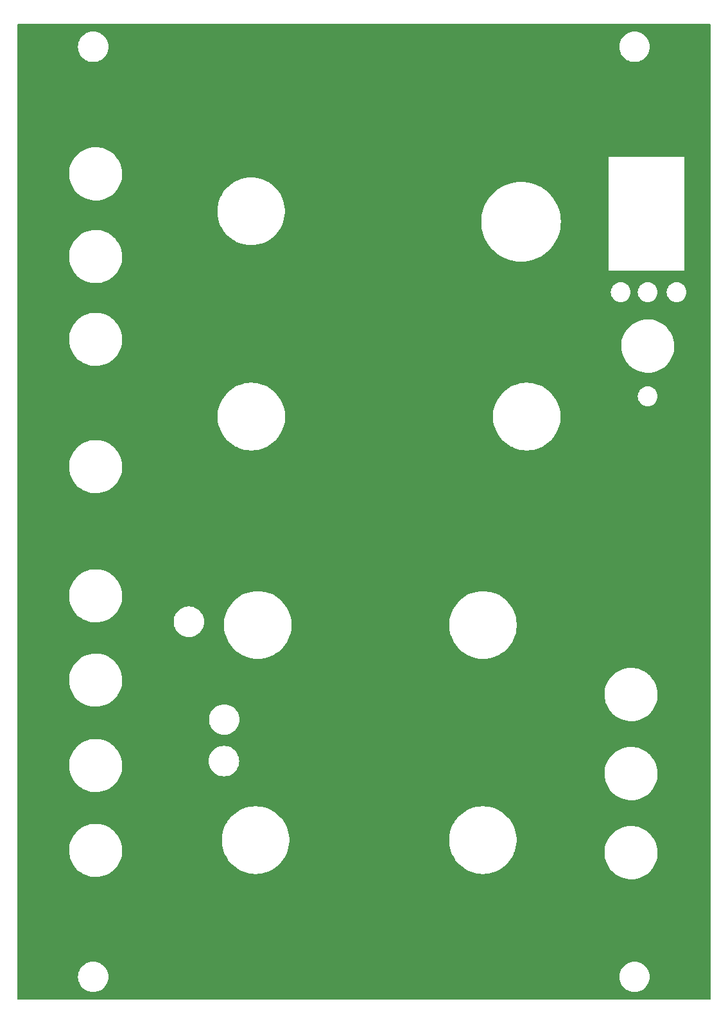
<source format=gbr>
%TF.GenerationSoftware,KiCad,Pcbnew,7.0.2*%
%TF.CreationDate,2023-06-19T12:03:47-04:00*%
%TF.ProjectId,SSI2130_Faceplate,53534932-3133-4305-9f46-616365706c61,rev?*%
%TF.SameCoordinates,Original*%
%TF.FileFunction,Copper,L2,Bot*%
%TF.FilePolarity,Positive*%
%FSLAX46Y46*%
G04 Gerber Fmt 4.6, Leading zero omitted, Abs format (unit mm)*
G04 Created by KiCad (PCBNEW 7.0.2) date 2023-06-19 12:03:47*
%MOMM*%
%LPD*%
G01*
G04 APERTURE LIST*
G04 APERTURE END LIST*
%TA.AperFunction,NonConductor*%
G36*
X191382539Y-20185D02*
G01*
X191428294Y-72989D01*
X191439500Y-124500D01*
X191439500Y-128375500D01*
X191419815Y-128442539D01*
X191367011Y-128488294D01*
X191315500Y-128499500D01*
X100124500Y-128499500D01*
X100057461Y-128479815D01*
X100011706Y-128427011D01*
X100000500Y-128375500D01*
X100000500Y-125500000D01*
X107994389Y-125500000D01*
X108014804Y-125785429D01*
X108075629Y-126065041D01*
X108175634Y-126333163D01*
X108312772Y-126584313D01*
X108398517Y-126698855D01*
X108484261Y-126813395D01*
X108686605Y-127015739D01*
X108858414Y-127144354D01*
X108915686Y-127187227D01*
X109055435Y-127263535D01*
X109166839Y-127324367D01*
X109434954Y-127424369D01*
X109434957Y-127424369D01*
X109434958Y-127424370D01*
X109487217Y-127435738D01*
X109714572Y-127485196D01*
X109928552Y-127500500D01*
X109930767Y-127500500D01*
X110069233Y-127500500D01*
X110071448Y-127500500D01*
X110285428Y-127485196D01*
X110565046Y-127424369D01*
X110833161Y-127324367D01*
X111084315Y-127187226D01*
X111313395Y-127015739D01*
X111515739Y-126813395D01*
X111687226Y-126584315D01*
X111824367Y-126333161D01*
X111924369Y-126065046D01*
X111985196Y-125785428D01*
X112005610Y-125500000D01*
X179394389Y-125500000D01*
X179414804Y-125785429D01*
X179475629Y-126065041D01*
X179575634Y-126333163D01*
X179712772Y-126584313D01*
X179798517Y-126698854D01*
X179884261Y-126813395D01*
X180086605Y-127015739D01*
X180258414Y-127144354D01*
X180315686Y-127187227D01*
X180455435Y-127263535D01*
X180566839Y-127324367D01*
X180834954Y-127424369D01*
X180834957Y-127424369D01*
X180834958Y-127424370D01*
X180887217Y-127435738D01*
X181114572Y-127485196D01*
X181328552Y-127500500D01*
X181330767Y-127500500D01*
X181469233Y-127500500D01*
X181471448Y-127500500D01*
X181685428Y-127485196D01*
X181965046Y-127424369D01*
X182233161Y-127324367D01*
X182484315Y-127187226D01*
X182713395Y-127015739D01*
X182915739Y-126813395D01*
X183087226Y-126584315D01*
X183224367Y-126333161D01*
X183324369Y-126065046D01*
X183385196Y-125785428D01*
X183405610Y-125500000D01*
X183385196Y-125214572D01*
X183324369Y-124934954D01*
X183224367Y-124666839D01*
X183087226Y-124415685D01*
X182915739Y-124186605D01*
X182713395Y-123984261D01*
X182598855Y-123898517D01*
X182484313Y-123812772D01*
X182233163Y-123675634D01*
X182233162Y-123675633D01*
X182233161Y-123675633D01*
X181965046Y-123575631D01*
X181965041Y-123575629D01*
X181685429Y-123514804D01*
X181473658Y-123499658D01*
X181473656Y-123499657D01*
X181471448Y-123499500D01*
X181328552Y-123499500D01*
X181326344Y-123499657D01*
X181326341Y-123499658D01*
X181114570Y-123514804D01*
X180834958Y-123575629D01*
X180566836Y-123675634D01*
X180315686Y-123812772D01*
X180086602Y-123984263D01*
X179884263Y-124186602D01*
X179712772Y-124415686D01*
X179575634Y-124666836D01*
X179475629Y-124934958D01*
X179414804Y-125214570D01*
X179394389Y-125500000D01*
X112005610Y-125500000D01*
X111985196Y-125214572D01*
X111924369Y-124934954D01*
X111824367Y-124666839D01*
X111687226Y-124415685D01*
X111515739Y-124186605D01*
X111313395Y-123984261D01*
X111198854Y-123898517D01*
X111084313Y-123812772D01*
X110833163Y-123675634D01*
X110833162Y-123675633D01*
X110833161Y-123675633D01*
X110565046Y-123575631D01*
X110565041Y-123575629D01*
X110285429Y-123514804D01*
X110073658Y-123499658D01*
X110073656Y-123499657D01*
X110071448Y-123499500D01*
X109928552Y-123499500D01*
X109926344Y-123499657D01*
X109926341Y-123499658D01*
X109714570Y-123514804D01*
X109434958Y-123575629D01*
X109166836Y-123675634D01*
X108915686Y-123812772D01*
X108686602Y-123984263D01*
X108484263Y-124186602D01*
X108312772Y-124415686D01*
X108175634Y-124666836D01*
X108075629Y-124934958D01*
X108014804Y-125214570D01*
X107994389Y-125500000D01*
X100000500Y-125500000D01*
X100000500Y-108933317D01*
X106815774Y-108933317D01*
X106816035Y-108936584D01*
X106816036Y-108936602D01*
X106845281Y-109301976D01*
X106845282Y-109301989D01*
X106845545Y-109305265D01*
X106846155Y-109308503D01*
X106846156Y-109308506D01*
X106901735Y-109603265D01*
X106914684Y-109671941D01*
X106915637Y-109675101D01*
X106968006Y-109848782D01*
X107022405Y-110029191D01*
X107023680Y-110032213D01*
X107023684Y-110032223D01*
X107166205Y-110369924D01*
X107166210Y-110369935D01*
X107167490Y-110372967D01*
X107348294Y-110699374D01*
X107350194Y-110702080D01*
X107350196Y-110702082D01*
X107555502Y-110994368D01*
X107562769Y-111004713D01*
X107564937Y-111007191D01*
X107564942Y-111007197D01*
X107692434Y-111152899D01*
X107808484Y-111285525D01*
X107810905Y-111287760D01*
X107810909Y-111287764D01*
X107829793Y-111305197D01*
X108082655Y-111538628D01*
X108382177Y-111761155D01*
X108703655Y-111950584D01*
X109043447Y-112104769D01*
X109397702Y-112221963D01*
X109762408Y-112300838D01*
X110133431Y-112340500D01*
X110136722Y-112340500D01*
X110411557Y-112340500D01*
X110413213Y-112340500D01*
X110692608Y-112325609D01*
X111060995Y-112266256D01*
X111420986Y-112168083D01*
X111768502Y-112032201D01*
X112099606Y-111860150D01*
X112410547Y-111653880D01*
X112697800Y-111415727D01*
X112958113Y-111148391D01*
X113188534Y-110854899D01*
X113386454Y-110538578D01*
X113549630Y-110203011D01*
X113676212Y-109852000D01*
X113764768Y-109489524D01*
X113814293Y-109119688D01*
X113824226Y-108746683D01*
X113794455Y-108374735D01*
X113725316Y-108008059D01*
X113634238Y-107706003D01*
X126967500Y-107706003D01*
X126967779Y-107708932D01*
X126967780Y-107708938D01*
X127007523Y-108125155D01*
X127007525Y-108125170D01*
X127007804Y-108128090D01*
X127008362Y-108130988D01*
X127008363Y-108130991D01*
X127077262Y-108488476D01*
X127088048Y-108544435D01*
X127088876Y-108547256D01*
X127088880Y-108547271D01*
X127180210Y-108858312D01*
X127207504Y-108951267D01*
X127365092Y-109344901D01*
X127559383Y-109721773D01*
X127560973Y-109724247D01*
X127560977Y-109724254D01*
X127787024Y-110075990D01*
X127787029Y-110075998D01*
X127788619Y-110078471D01*
X127790433Y-110080778D01*
X127790434Y-110080779D01*
X128017819Y-110369924D01*
X128050722Y-110411763D01*
X128052754Y-110413894D01*
X128341294Y-110716506D01*
X128341302Y-110716514D01*
X128343321Y-110718631D01*
X128345537Y-110720552D01*
X128345539Y-110720553D01*
X128661537Y-110994368D01*
X128661545Y-110994374D01*
X128663764Y-110996297D01*
X128666166Y-110998007D01*
X128666168Y-110998009D01*
X128679071Y-111007197D01*
X129009149Y-111242245D01*
X129109201Y-111300010D01*
X129366842Y-111448759D01*
X129376350Y-111454248D01*
X129379029Y-111455471D01*
X129379034Y-111455474D01*
X129664329Y-111585764D01*
X129762040Y-111630387D01*
X130162727Y-111769066D01*
X130574782Y-111869029D01*
X130994473Y-111929372D01*
X131312050Y-111944500D01*
X131313517Y-111944500D01*
X131522483Y-111944500D01*
X131523950Y-111944500D01*
X131841527Y-111929372D01*
X132261218Y-111869029D01*
X132673273Y-111769066D01*
X133073960Y-111630387D01*
X133459650Y-111454248D01*
X133826851Y-111242245D01*
X134172236Y-110996297D01*
X134492679Y-110718631D01*
X134785278Y-110411763D01*
X135047381Y-110078471D01*
X135276617Y-109721774D01*
X135470908Y-109344901D01*
X135628496Y-108951267D01*
X135747952Y-108544435D01*
X135828196Y-108128090D01*
X135868500Y-107706003D01*
X156939500Y-107706003D01*
X156939779Y-107708932D01*
X156939780Y-107708938D01*
X156979523Y-108125155D01*
X156979525Y-108125170D01*
X156979804Y-108128090D01*
X156980362Y-108130988D01*
X156980363Y-108130991D01*
X157049262Y-108488476D01*
X157060048Y-108544435D01*
X157060876Y-108547256D01*
X157060880Y-108547271D01*
X157152210Y-108858312D01*
X157179504Y-108951267D01*
X157337092Y-109344901D01*
X157531383Y-109721773D01*
X157532973Y-109724247D01*
X157532977Y-109724254D01*
X157759024Y-110075990D01*
X157759029Y-110075998D01*
X157760619Y-110078471D01*
X157762433Y-110080778D01*
X157762434Y-110080779D01*
X157989819Y-110369924D01*
X158022722Y-110411763D01*
X158024754Y-110413894D01*
X158313294Y-110716506D01*
X158313302Y-110716514D01*
X158315321Y-110718631D01*
X158317537Y-110720552D01*
X158317539Y-110720553D01*
X158633537Y-110994368D01*
X158633545Y-110994374D01*
X158635764Y-110996297D01*
X158638166Y-110998007D01*
X158638168Y-110998009D01*
X158651071Y-111007197D01*
X158981149Y-111242245D01*
X159081201Y-111300010D01*
X159338842Y-111448759D01*
X159348350Y-111454248D01*
X159351029Y-111455471D01*
X159351034Y-111455474D01*
X159636329Y-111585764D01*
X159734040Y-111630387D01*
X160134727Y-111769066D01*
X160546782Y-111869029D01*
X160966473Y-111929372D01*
X161284050Y-111944500D01*
X161285517Y-111944500D01*
X161494483Y-111944500D01*
X161495950Y-111944500D01*
X161813527Y-111929372D01*
X162233218Y-111869029D01*
X162645273Y-111769066D01*
X163045960Y-111630387D01*
X163431650Y-111454248D01*
X163798851Y-111242245D01*
X164144236Y-110996297D01*
X164464679Y-110718631D01*
X164757278Y-110411763D01*
X165019381Y-110078471D01*
X165248617Y-109721774D01*
X165442908Y-109344901D01*
X165488380Y-109231317D01*
X177427774Y-109231317D01*
X177428035Y-109234584D01*
X177428036Y-109234602D01*
X177457281Y-109599976D01*
X177457282Y-109599989D01*
X177457545Y-109603265D01*
X177458155Y-109606503D01*
X177458156Y-109606506D01*
X177505033Y-109855114D01*
X177526684Y-109969941D01*
X177527637Y-109973101D01*
X177597855Y-110205977D01*
X177634405Y-110327191D01*
X177635680Y-110330213D01*
X177635684Y-110330223D01*
X177778205Y-110667924D01*
X177778210Y-110667935D01*
X177779490Y-110670967D01*
X177960294Y-110997374D01*
X177962194Y-111000080D01*
X177962196Y-111000082D01*
X178164268Y-111287764D01*
X178174769Y-111302713D01*
X178176937Y-111305191D01*
X178176942Y-111305197D01*
X178308437Y-111455474D01*
X178420484Y-111583525D01*
X178422905Y-111585760D01*
X178422909Y-111585764D01*
X178621469Y-111769066D01*
X178694655Y-111836628D01*
X178994177Y-112059155D01*
X179315655Y-112248584D01*
X179655447Y-112402769D01*
X180009702Y-112519963D01*
X180374408Y-112598838D01*
X180745431Y-112638500D01*
X180748722Y-112638500D01*
X181023557Y-112638500D01*
X181025213Y-112638500D01*
X181304608Y-112623609D01*
X181672995Y-112564256D01*
X182032986Y-112466083D01*
X182380502Y-112330201D01*
X182711606Y-112158150D01*
X183022547Y-111951880D01*
X183309800Y-111713727D01*
X183570113Y-111446391D01*
X183800534Y-111152899D01*
X183998454Y-110836578D01*
X184161630Y-110501011D01*
X184288212Y-110150000D01*
X184376768Y-109787524D01*
X184426293Y-109417688D01*
X184436226Y-109044683D01*
X184406455Y-108672735D01*
X184337316Y-108306059D01*
X184229595Y-107948809D01*
X184154985Y-107772022D01*
X184085794Y-107608075D01*
X184085792Y-107608072D01*
X184084510Y-107605033D01*
X183903706Y-107278626D01*
X183689231Y-106973287D01*
X183563510Y-106829609D01*
X183445691Y-106694961D01*
X183443516Y-106692475D01*
X183427824Y-106677989D01*
X183171763Y-106441604D01*
X183171760Y-106441602D01*
X183169345Y-106439372D01*
X182869823Y-106216845D01*
X182866981Y-106215170D01*
X182866976Y-106215167D01*
X182551184Y-106029089D01*
X182548345Y-106027416D01*
X182545346Y-106026055D01*
X182545340Y-106026052D01*
X182211567Y-105874598D01*
X182211556Y-105874594D01*
X182208553Y-105873231D01*
X182205411Y-105872191D01*
X182205407Y-105872190D01*
X181857424Y-105757071D01*
X181857421Y-105757070D01*
X181854298Y-105756037D01*
X181851085Y-105755342D01*
X181851081Y-105755341D01*
X181492820Y-105677860D01*
X181492817Y-105677859D01*
X181489592Y-105677162D01*
X181486312Y-105676811D01*
X181486310Y-105676811D01*
X181121836Y-105637849D01*
X181121831Y-105637848D01*
X181118569Y-105637500D01*
X180838787Y-105637500D01*
X180837143Y-105637587D01*
X180837128Y-105637588D01*
X180562703Y-105652214D01*
X180562693Y-105652215D01*
X180559392Y-105652391D01*
X180556127Y-105652917D01*
X180556118Y-105652918D01*
X180194267Y-105711218D01*
X180194259Y-105711219D01*
X180191005Y-105711744D01*
X180187820Y-105712612D01*
X180187818Y-105712613D01*
X179834209Y-105809045D01*
X179834197Y-105809048D01*
X179831014Y-105809917D01*
X179827944Y-105811117D01*
X179827933Y-105811121D01*
X179486577Y-105944594D01*
X179486559Y-105944601D01*
X179483498Y-105945799D01*
X179480581Y-105947314D01*
X179480565Y-105947322D01*
X179155316Y-106116331D01*
X179155306Y-106116336D01*
X179152394Y-106117850D01*
X179149653Y-106119668D01*
X179149645Y-106119673D01*
X178844211Y-106322290D01*
X178844205Y-106322293D01*
X178841453Y-106324120D01*
X178838910Y-106326228D01*
X178838901Y-106326235D01*
X178556753Y-106560155D01*
X178556738Y-106560168D01*
X178554200Y-106562273D01*
X178551901Y-106564633D01*
X178551889Y-106564645D01*
X178296192Y-106827240D01*
X178296176Y-106827257D01*
X178293887Y-106829609D01*
X178291856Y-106832195D01*
X178291848Y-106832205D01*
X178065503Y-107120505D01*
X178065493Y-107120518D01*
X178063466Y-107123101D01*
X178061719Y-107125892D01*
X178061712Y-107125903D01*
X177867296Y-107436623D01*
X177867285Y-107436641D01*
X177865546Y-107439422D01*
X177864112Y-107442369D01*
X177864103Y-107442387D01*
X177703812Y-107772022D01*
X177703807Y-107772033D01*
X177702370Y-107774989D01*
X177701251Y-107778089D01*
X177701250Y-107778094D01*
X177640781Y-107945776D01*
X177575788Y-108126000D01*
X177575006Y-108129198D01*
X177575001Y-108129217D01*
X177488014Y-108485273D01*
X177488012Y-108485282D01*
X177487232Y-108488476D01*
X177486796Y-108491726D01*
X177486794Y-108491741D01*
X177438145Y-108855034D01*
X177438143Y-108855051D01*
X177437707Y-108858312D01*
X177437619Y-108861599D01*
X177437618Y-108861618D01*
X177427861Y-109228019D01*
X177427861Y-109228034D01*
X177427774Y-109231317D01*
X165488380Y-109231317D01*
X165600496Y-108951267D01*
X165719952Y-108544435D01*
X165800196Y-108128090D01*
X165840500Y-107706003D01*
X165840500Y-107281997D01*
X165800196Y-106859910D01*
X165719952Y-106443565D01*
X165600496Y-106036733D01*
X165442908Y-105643099D01*
X165248617Y-105266227D01*
X165247019Y-105263740D01*
X165020975Y-104912009D01*
X165020972Y-104912006D01*
X165019381Y-104909529D01*
X164757278Y-104576237D01*
X164711759Y-104528498D01*
X164466705Y-104271493D01*
X164466696Y-104271484D01*
X164464679Y-104269369D01*
X164462460Y-104267446D01*
X164146462Y-103993631D01*
X164146451Y-103993622D01*
X164144236Y-103991703D01*
X164141836Y-103989994D01*
X164141831Y-103989990D01*
X163974713Y-103870986D01*
X163798851Y-103745755D01*
X163796288Y-103744275D01*
X163434206Y-103535227D01*
X163434194Y-103535221D01*
X163431650Y-103533752D01*
X163428978Y-103532532D01*
X163428965Y-103532525D01*
X163048646Y-103358839D01*
X163048634Y-103358834D01*
X163045960Y-103357613D01*
X163043173Y-103356648D01*
X163043167Y-103356646D01*
X162648071Y-103219902D01*
X162648063Y-103219899D01*
X162645273Y-103218934D01*
X162642400Y-103218237D01*
X162236089Y-103119667D01*
X162236079Y-103119665D01*
X162233218Y-103118971D01*
X162230294Y-103118550D01*
X162230291Y-103118550D01*
X161816439Y-103059046D01*
X161816424Y-103059044D01*
X161813527Y-103058628D01*
X161810591Y-103058488D01*
X161810590Y-103058488D01*
X161497406Y-103043569D01*
X161497391Y-103043568D01*
X161495950Y-103043500D01*
X161284050Y-103043500D01*
X161282609Y-103043568D01*
X161282593Y-103043569D01*
X160969409Y-103058488D01*
X160969406Y-103058488D01*
X160966473Y-103058628D01*
X160963577Y-103059044D01*
X160963560Y-103059046D01*
X160549708Y-103118550D01*
X160549701Y-103118551D01*
X160546782Y-103118971D01*
X160543924Y-103119664D01*
X160543910Y-103119667D01*
X160137599Y-103218237D01*
X160137593Y-103218238D01*
X160134727Y-103218934D01*
X160131942Y-103219897D01*
X160131928Y-103219902D01*
X159736832Y-103356646D01*
X159736819Y-103356651D01*
X159734040Y-103357613D01*
X159731372Y-103358831D01*
X159731353Y-103358839D01*
X159351034Y-103532525D01*
X159351012Y-103532536D01*
X159348350Y-103533752D01*
X159345813Y-103535216D01*
X159345793Y-103535227D01*
X158983711Y-103744275D01*
X158983698Y-103744283D01*
X158981149Y-103745755D01*
X158978740Y-103747470D01*
X158978736Y-103747473D01*
X158638168Y-103989990D01*
X158638152Y-103990001D01*
X158635764Y-103991703D01*
X158633558Y-103993614D01*
X158633537Y-103993631D01*
X158317539Y-104267446D01*
X158317526Y-104267457D01*
X158315321Y-104269369D01*
X158313313Y-104271474D01*
X158313294Y-104271493D01*
X158024754Y-104574105D01*
X158024745Y-104574114D01*
X158022722Y-104576237D01*
X158020911Y-104578538D01*
X158020903Y-104578549D01*
X157762438Y-104907215D01*
X157762430Y-104907225D01*
X157760619Y-104909529D01*
X157759029Y-104912002D01*
X157759024Y-104912010D01*
X157532980Y-105263740D01*
X157532977Y-105263745D01*
X157531383Y-105266226D01*
X157530033Y-105268843D01*
X157530031Y-105268848D01*
X157339799Y-105637849D01*
X157337092Y-105643099D01*
X157335996Y-105645836D01*
X157335994Y-105645841D01*
X157183753Y-106026120D01*
X157179504Y-106036733D01*
X157178675Y-106039554D01*
X157178674Y-106039559D01*
X157060880Y-106440728D01*
X157060875Y-106440747D01*
X157060048Y-106443565D01*
X157059490Y-106446458D01*
X157059488Y-106446468D01*
X156980363Y-106857008D01*
X156979804Y-106859910D01*
X156979525Y-106862826D01*
X156979523Y-106862844D01*
X156939822Y-107278626D01*
X156939500Y-107281997D01*
X156939500Y-107706003D01*
X135868500Y-107706003D01*
X135868500Y-107281997D01*
X135828196Y-106859910D01*
X135747952Y-106443565D01*
X135628496Y-106036733D01*
X135470908Y-105643099D01*
X135276617Y-105266227D01*
X135275019Y-105263740D01*
X135048975Y-104912009D01*
X135048972Y-104912006D01*
X135047381Y-104909529D01*
X134785278Y-104576237D01*
X134739759Y-104528498D01*
X134494705Y-104271493D01*
X134494696Y-104271484D01*
X134492679Y-104269369D01*
X134490460Y-104267446D01*
X134174462Y-103993631D01*
X134174451Y-103993622D01*
X134172236Y-103991703D01*
X134169836Y-103989994D01*
X134169831Y-103989990D01*
X134002713Y-103870986D01*
X133826851Y-103745755D01*
X133824288Y-103744275D01*
X133462206Y-103535227D01*
X133462194Y-103535221D01*
X133459650Y-103533752D01*
X133456978Y-103532532D01*
X133456965Y-103532525D01*
X133076646Y-103358839D01*
X133076634Y-103358834D01*
X133073960Y-103357613D01*
X133071173Y-103356648D01*
X133071167Y-103356646D01*
X132676071Y-103219902D01*
X132676063Y-103219899D01*
X132673273Y-103218934D01*
X132670400Y-103218237D01*
X132264089Y-103119667D01*
X132264079Y-103119665D01*
X132261218Y-103118971D01*
X132258294Y-103118550D01*
X132258291Y-103118550D01*
X131844439Y-103059046D01*
X131844424Y-103059044D01*
X131841527Y-103058628D01*
X131838591Y-103058488D01*
X131838590Y-103058488D01*
X131525406Y-103043569D01*
X131525391Y-103043568D01*
X131523950Y-103043500D01*
X131312050Y-103043500D01*
X131310609Y-103043568D01*
X131310593Y-103043569D01*
X130997409Y-103058488D01*
X130997406Y-103058488D01*
X130994473Y-103058628D01*
X130991577Y-103059044D01*
X130991560Y-103059046D01*
X130577708Y-103118550D01*
X130577701Y-103118551D01*
X130574782Y-103118971D01*
X130571924Y-103119664D01*
X130571910Y-103119667D01*
X130165599Y-103218237D01*
X130165593Y-103218238D01*
X130162727Y-103218934D01*
X130159942Y-103219897D01*
X130159928Y-103219902D01*
X129764832Y-103356646D01*
X129764819Y-103356651D01*
X129762040Y-103357613D01*
X129759372Y-103358831D01*
X129759353Y-103358839D01*
X129379034Y-103532525D01*
X129379012Y-103532536D01*
X129376350Y-103533752D01*
X129373813Y-103535216D01*
X129373793Y-103535227D01*
X129011711Y-103744275D01*
X129011698Y-103744283D01*
X129009149Y-103745755D01*
X129006740Y-103747470D01*
X129006736Y-103747473D01*
X128666168Y-103989990D01*
X128666152Y-103990001D01*
X128663764Y-103991703D01*
X128661558Y-103993614D01*
X128661537Y-103993631D01*
X128345539Y-104267446D01*
X128345526Y-104267457D01*
X128343321Y-104269369D01*
X128341313Y-104271474D01*
X128341294Y-104271493D01*
X128052754Y-104574105D01*
X128052745Y-104574114D01*
X128050722Y-104576237D01*
X128048911Y-104578538D01*
X128048903Y-104578549D01*
X127790438Y-104907215D01*
X127790430Y-104907225D01*
X127788619Y-104909529D01*
X127787029Y-104912002D01*
X127787024Y-104912010D01*
X127560980Y-105263740D01*
X127560977Y-105263745D01*
X127559383Y-105266226D01*
X127558033Y-105268843D01*
X127558031Y-105268848D01*
X127367799Y-105637849D01*
X127365092Y-105643099D01*
X127363996Y-105645836D01*
X127363994Y-105645841D01*
X127211753Y-106026120D01*
X127207504Y-106036733D01*
X127206675Y-106039554D01*
X127206674Y-106039559D01*
X127088880Y-106440728D01*
X127088875Y-106440747D01*
X127088048Y-106443565D01*
X127087490Y-106446458D01*
X127087488Y-106446468D01*
X127008363Y-106857008D01*
X127007804Y-106859910D01*
X127007525Y-106862826D01*
X127007523Y-106862844D01*
X126967822Y-107278626D01*
X126967500Y-107281997D01*
X126967500Y-107706003D01*
X113634238Y-107706003D01*
X113617595Y-107650809D01*
X113472510Y-107307033D01*
X113291706Y-106980626D01*
X113077231Y-106675287D01*
X112980417Y-106564645D01*
X112877011Y-106446468D01*
X112831516Y-106394475D01*
X112753322Y-106322290D01*
X112559763Y-106143604D01*
X112559760Y-106143602D01*
X112557345Y-106141372D01*
X112257823Y-105918845D01*
X112254981Y-105917170D01*
X112254976Y-105917167D01*
X111939184Y-105731089D01*
X111936345Y-105729416D01*
X111933346Y-105728055D01*
X111933340Y-105728052D01*
X111599567Y-105576598D01*
X111599556Y-105576594D01*
X111596553Y-105575231D01*
X111593411Y-105574191D01*
X111593407Y-105574190D01*
X111245424Y-105459071D01*
X111245421Y-105459070D01*
X111242298Y-105458037D01*
X111239085Y-105457342D01*
X111239081Y-105457341D01*
X110880820Y-105379860D01*
X110880817Y-105379859D01*
X110877592Y-105379162D01*
X110874312Y-105378811D01*
X110874310Y-105378811D01*
X110509836Y-105339849D01*
X110509831Y-105339848D01*
X110506569Y-105339500D01*
X110226787Y-105339500D01*
X110225143Y-105339587D01*
X110225128Y-105339588D01*
X109950703Y-105354214D01*
X109950693Y-105354215D01*
X109947392Y-105354391D01*
X109944127Y-105354917D01*
X109944118Y-105354918D01*
X109582267Y-105413218D01*
X109582259Y-105413219D01*
X109579005Y-105413744D01*
X109575820Y-105414612D01*
X109575818Y-105414613D01*
X109222209Y-105511045D01*
X109222197Y-105511048D01*
X109219014Y-105511917D01*
X109215944Y-105513117D01*
X109215933Y-105513121D01*
X108874577Y-105646594D01*
X108874559Y-105646601D01*
X108871498Y-105647799D01*
X108868581Y-105649314D01*
X108868565Y-105649322D01*
X108543316Y-105818331D01*
X108543306Y-105818336D01*
X108540394Y-105819850D01*
X108537653Y-105821668D01*
X108537645Y-105821673D01*
X108232211Y-106024290D01*
X108232205Y-106024293D01*
X108229453Y-106026120D01*
X108226910Y-106028228D01*
X108226901Y-106028235D01*
X107944753Y-106262155D01*
X107944738Y-106262168D01*
X107942200Y-106264273D01*
X107939901Y-106266633D01*
X107939889Y-106266645D01*
X107684192Y-106529240D01*
X107684176Y-106529257D01*
X107681887Y-106531609D01*
X107679856Y-106534195D01*
X107679848Y-106534205D01*
X107453503Y-106822505D01*
X107453493Y-106822518D01*
X107451466Y-106825101D01*
X107449719Y-106827892D01*
X107449712Y-106827903D01*
X107255296Y-107138623D01*
X107255285Y-107138641D01*
X107253546Y-107141422D01*
X107252112Y-107144369D01*
X107252103Y-107144387D01*
X107091812Y-107474022D01*
X107091807Y-107474033D01*
X107090370Y-107476989D01*
X107089251Y-107480089D01*
X107089250Y-107480094D01*
X107007783Y-107706003D01*
X106963788Y-107828000D01*
X106963006Y-107831198D01*
X106963001Y-107831217D01*
X106876014Y-108187273D01*
X106876012Y-108187282D01*
X106875232Y-108190476D01*
X106874796Y-108193726D01*
X106874794Y-108193741D01*
X106826145Y-108557034D01*
X106826143Y-108557051D01*
X106825707Y-108560312D01*
X106825619Y-108563599D01*
X106825618Y-108563618D01*
X106815861Y-108930019D01*
X106815861Y-108930034D01*
X106815774Y-108933317D01*
X100000500Y-108933317D01*
X100000500Y-97757317D01*
X106815774Y-97757317D01*
X106816035Y-97760584D01*
X106816036Y-97760602D01*
X106845281Y-98125976D01*
X106845282Y-98125989D01*
X106845545Y-98129265D01*
X106914684Y-98495941D01*
X106915637Y-98499101D01*
X107010593Y-98814019D01*
X107022405Y-98853191D01*
X107023680Y-98856213D01*
X107023684Y-98856223D01*
X107166205Y-99193924D01*
X107166210Y-99193935D01*
X107167490Y-99196967D01*
X107348294Y-99523374D01*
X107350194Y-99526080D01*
X107350196Y-99526082D01*
X107495385Y-99732782D01*
X107562769Y-99828713D01*
X107564937Y-99831191D01*
X107564942Y-99831197D01*
X107749840Y-100042505D01*
X107808484Y-100109525D01*
X107810905Y-100111760D01*
X107810909Y-100111764D01*
X107968199Y-100256967D01*
X108082655Y-100362628D01*
X108382177Y-100585155D01*
X108703655Y-100774584D01*
X109043447Y-100928769D01*
X109397702Y-101045963D01*
X109762408Y-101124838D01*
X110133431Y-101164500D01*
X110136722Y-101164500D01*
X110411557Y-101164500D01*
X110413213Y-101164500D01*
X110692608Y-101149609D01*
X111060995Y-101090256D01*
X111420986Y-100992083D01*
X111768502Y-100856201D01*
X112099606Y-100684150D01*
X112410547Y-100477880D01*
X112697800Y-100239727D01*
X112958113Y-99972391D01*
X113188534Y-99678899D01*
X113386454Y-99362578D01*
X113549630Y-99027011D01*
X113676212Y-98676000D01*
X113764768Y-98313524D01*
X113814293Y-97943688D01*
X113824226Y-97570683D01*
X113794455Y-97198735D01*
X113772255Y-97081000D01*
X125248389Y-97081000D01*
X125268804Y-97366429D01*
X125329629Y-97646041D01*
X125364347Y-97739123D01*
X125422597Y-97895298D01*
X125429634Y-97914163D01*
X125566772Y-98165313D01*
X125634280Y-98255493D01*
X125738261Y-98394395D01*
X125940605Y-98596739D01*
X126112414Y-98725354D01*
X126169686Y-98768227D01*
X126253548Y-98814019D01*
X126420839Y-98905367D01*
X126688954Y-99005369D01*
X126688957Y-99005369D01*
X126688958Y-99005370D01*
X126741217Y-99016738D01*
X126968572Y-99066196D01*
X127182552Y-99081500D01*
X127184767Y-99081500D01*
X127323233Y-99081500D01*
X127325448Y-99081500D01*
X127539428Y-99066196D01*
X127819046Y-99005369D01*
X128087161Y-98905367D01*
X128248412Y-98817317D01*
X177427774Y-98817317D01*
X177428035Y-98820584D01*
X177428036Y-98820602D01*
X177457281Y-99185976D01*
X177457282Y-99185989D01*
X177457545Y-99189265D01*
X177526684Y-99555941D01*
X177527637Y-99559101D01*
X177580006Y-99732782D01*
X177634405Y-99913191D01*
X177635680Y-99916213D01*
X177635684Y-99916223D01*
X177778205Y-100253924D01*
X177778210Y-100253935D01*
X177779490Y-100256967D01*
X177960294Y-100583374D01*
X177962194Y-100586080D01*
X177962196Y-100586082D01*
X178152777Y-100857405D01*
X178174769Y-100888713D01*
X178176937Y-100891191D01*
X178176942Y-100891197D01*
X178312365Y-101045963D01*
X178420484Y-101169525D01*
X178694655Y-101422628D01*
X178994177Y-101645155D01*
X179315655Y-101834584D01*
X179655447Y-101988769D01*
X180009702Y-102105963D01*
X180374408Y-102184838D01*
X180745431Y-102224500D01*
X180748722Y-102224500D01*
X181023557Y-102224500D01*
X181025213Y-102224500D01*
X181304608Y-102209609D01*
X181672995Y-102150256D01*
X182032986Y-102052083D01*
X182380502Y-101916201D01*
X182711606Y-101744150D01*
X183022547Y-101537880D01*
X183309800Y-101299727D01*
X183570113Y-101032391D01*
X183800534Y-100738899D01*
X183998454Y-100422578D01*
X184161630Y-100087011D01*
X184288212Y-99736000D01*
X184376768Y-99373524D01*
X184426293Y-99003688D01*
X184436226Y-98630683D01*
X184406455Y-98258735D01*
X184337316Y-97892059D01*
X184229595Y-97534809D01*
X184228315Y-97531776D01*
X184085794Y-97194075D01*
X184085792Y-97194072D01*
X184084510Y-97191033D01*
X183903706Y-96864626D01*
X183689231Y-96559287D01*
X183651317Y-96515958D01*
X183445691Y-96280961D01*
X183443516Y-96278475D01*
X183287096Y-96134075D01*
X183171763Y-96027604D01*
X183171760Y-96027602D01*
X183169345Y-96025372D01*
X182869823Y-95802845D01*
X182866981Y-95801170D01*
X182866976Y-95801167D01*
X182551184Y-95615089D01*
X182548345Y-95613416D01*
X182545346Y-95612055D01*
X182545340Y-95612052D01*
X182211567Y-95460598D01*
X182211556Y-95460594D01*
X182208553Y-95459231D01*
X182205411Y-95458191D01*
X182205407Y-95458190D01*
X181857424Y-95343071D01*
X181857421Y-95343070D01*
X181854298Y-95342037D01*
X181851085Y-95341342D01*
X181851081Y-95341341D01*
X181492820Y-95263860D01*
X181492817Y-95263859D01*
X181489592Y-95263162D01*
X181486312Y-95262811D01*
X181486310Y-95262811D01*
X181121836Y-95223849D01*
X181121831Y-95223848D01*
X181118569Y-95223500D01*
X180838787Y-95223500D01*
X180837143Y-95223587D01*
X180837128Y-95223588D01*
X180562703Y-95238214D01*
X180562693Y-95238215D01*
X180559392Y-95238391D01*
X180556127Y-95238917D01*
X180556118Y-95238918D01*
X180194267Y-95297218D01*
X180194259Y-95297219D01*
X180191005Y-95297744D01*
X180187820Y-95298612D01*
X180187818Y-95298613D01*
X179834209Y-95395045D01*
X179834197Y-95395048D01*
X179831014Y-95395917D01*
X179827944Y-95397117D01*
X179827933Y-95397121D01*
X179486577Y-95530594D01*
X179486559Y-95530601D01*
X179483498Y-95531799D01*
X179480581Y-95533314D01*
X179480565Y-95533322D01*
X179155316Y-95702331D01*
X179155306Y-95702336D01*
X179152394Y-95703850D01*
X179149653Y-95705668D01*
X179149645Y-95705673D01*
X178844211Y-95908290D01*
X178844205Y-95908293D01*
X178841453Y-95910120D01*
X178838910Y-95912228D01*
X178838901Y-95912235D01*
X178556753Y-96146155D01*
X178556738Y-96146168D01*
X178554200Y-96148273D01*
X178551901Y-96150633D01*
X178551889Y-96150645D01*
X178296192Y-96413240D01*
X178296176Y-96413257D01*
X178293887Y-96415609D01*
X178291856Y-96418195D01*
X178291848Y-96418205D01*
X178065503Y-96706505D01*
X178065493Y-96706518D01*
X178063466Y-96709101D01*
X178061719Y-96711892D01*
X178061712Y-96711903D01*
X177867296Y-97022623D01*
X177867285Y-97022641D01*
X177865546Y-97025422D01*
X177864112Y-97028369D01*
X177864103Y-97028387D01*
X177703812Y-97358022D01*
X177703807Y-97358033D01*
X177702370Y-97360989D01*
X177701251Y-97364089D01*
X177701250Y-97364094D01*
X177640781Y-97531776D01*
X177575788Y-97712000D01*
X177575006Y-97715198D01*
X177575001Y-97715217D01*
X177488014Y-98071273D01*
X177488012Y-98071282D01*
X177487232Y-98074476D01*
X177486796Y-98077726D01*
X177486794Y-98077741D01*
X177438145Y-98441034D01*
X177438143Y-98441051D01*
X177437707Y-98444312D01*
X177437619Y-98447599D01*
X177437618Y-98447618D01*
X177427861Y-98814019D01*
X177427861Y-98814034D01*
X177427774Y-98817317D01*
X128248412Y-98817317D01*
X128338315Y-98768226D01*
X128567395Y-98596739D01*
X128769739Y-98394395D01*
X128941226Y-98165315D01*
X129078367Y-97914161D01*
X129178369Y-97646046D01*
X129239196Y-97366428D01*
X129259610Y-97081000D01*
X129239196Y-96795572D01*
X129188383Y-96561989D01*
X129178370Y-96515958D01*
X129164199Y-96477964D01*
X129078367Y-96247839D01*
X128958109Y-96027604D01*
X128941227Y-95996686D01*
X128898354Y-95939414D01*
X128769739Y-95767605D01*
X128567395Y-95565261D01*
X128452855Y-95479517D01*
X128338313Y-95393772D01*
X128087163Y-95256634D01*
X128087162Y-95256633D01*
X128087161Y-95256633D01*
X127819046Y-95156631D01*
X127819041Y-95156629D01*
X127539429Y-95095804D01*
X127327658Y-95080658D01*
X127327656Y-95080657D01*
X127325448Y-95080500D01*
X127182552Y-95080500D01*
X127180344Y-95080657D01*
X127180341Y-95080658D01*
X126968570Y-95095804D01*
X126688958Y-95156629D01*
X126420836Y-95256634D01*
X126169686Y-95393772D01*
X125940602Y-95565263D01*
X125738263Y-95767602D01*
X125566772Y-95996686D01*
X125429634Y-96247836D01*
X125329629Y-96515958D01*
X125268804Y-96795570D01*
X125248389Y-97081000D01*
X113772255Y-97081000D01*
X113725316Y-96832059D01*
X113617595Y-96474809D01*
X113535785Y-96280961D01*
X113473794Y-96134075D01*
X113473792Y-96134072D01*
X113472510Y-96131033D01*
X113291706Y-95804626D01*
X113077231Y-95499287D01*
X113042181Y-95459231D01*
X112900417Y-95297218D01*
X112831516Y-95218475D01*
X112764524Y-95156631D01*
X112559763Y-94967604D01*
X112559760Y-94967602D01*
X112557345Y-94965372D01*
X112257823Y-94742845D01*
X112254981Y-94741170D01*
X112254976Y-94741167D01*
X111939184Y-94555089D01*
X111936345Y-94553416D01*
X111933346Y-94552055D01*
X111933340Y-94552052D01*
X111599567Y-94400598D01*
X111599556Y-94400594D01*
X111596553Y-94399231D01*
X111593411Y-94398191D01*
X111593407Y-94398190D01*
X111245424Y-94283071D01*
X111245421Y-94283070D01*
X111242298Y-94282037D01*
X111239085Y-94281342D01*
X111239081Y-94281341D01*
X110880820Y-94203860D01*
X110880817Y-94203859D01*
X110877592Y-94203162D01*
X110874312Y-94202811D01*
X110874310Y-94202811D01*
X110509836Y-94163849D01*
X110509831Y-94163848D01*
X110506569Y-94163500D01*
X110226787Y-94163500D01*
X110225143Y-94163587D01*
X110225128Y-94163588D01*
X109950703Y-94178214D01*
X109950693Y-94178215D01*
X109947392Y-94178391D01*
X109944127Y-94178917D01*
X109944118Y-94178918D01*
X109582267Y-94237218D01*
X109582259Y-94237219D01*
X109579005Y-94237744D01*
X109575820Y-94238612D01*
X109575818Y-94238613D01*
X109222209Y-94335045D01*
X109222197Y-94335048D01*
X109219014Y-94335917D01*
X109215944Y-94337117D01*
X109215933Y-94337121D01*
X108874577Y-94470594D01*
X108874559Y-94470601D01*
X108871498Y-94471799D01*
X108868581Y-94473314D01*
X108868565Y-94473322D01*
X108543316Y-94642331D01*
X108543306Y-94642336D01*
X108540394Y-94643850D01*
X108537653Y-94645668D01*
X108537645Y-94645673D01*
X108232211Y-94848290D01*
X108232205Y-94848293D01*
X108229453Y-94850120D01*
X108226910Y-94852228D01*
X108226901Y-94852235D01*
X107944753Y-95086155D01*
X107944738Y-95086168D01*
X107942200Y-95088273D01*
X107939901Y-95090633D01*
X107939889Y-95090645D01*
X107684192Y-95353240D01*
X107684176Y-95353257D01*
X107681887Y-95355609D01*
X107679856Y-95358195D01*
X107679848Y-95358205D01*
X107453503Y-95646505D01*
X107453493Y-95646518D01*
X107451466Y-95649101D01*
X107449719Y-95651892D01*
X107449712Y-95651903D01*
X107255296Y-95962623D01*
X107255285Y-95962641D01*
X107253546Y-95965422D01*
X107252112Y-95968369D01*
X107252103Y-95968387D01*
X107091812Y-96298022D01*
X107091807Y-96298033D01*
X107090370Y-96300989D01*
X107089251Y-96304089D01*
X107089250Y-96304094D01*
X107012848Y-96515958D01*
X106963788Y-96652000D01*
X106963006Y-96655198D01*
X106963001Y-96655217D01*
X106876014Y-97011273D01*
X106876012Y-97011282D01*
X106875232Y-97014476D01*
X106874796Y-97017726D01*
X106874794Y-97017741D01*
X106826145Y-97381034D01*
X106826143Y-97381051D01*
X106825707Y-97384312D01*
X106825619Y-97387599D01*
X106825618Y-97387618D01*
X106815861Y-97754019D01*
X106815861Y-97754034D01*
X106815774Y-97757317D01*
X100000500Y-97757317D01*
X100000500Y-91600000D01*
X125275389Y-91600000D01*
X125295804Y-91885429D01*
X125356629Y-92165041D01*
X125456634Y-92433163D01*
X125593772Y-92684313D01*
X125679517Y-92798854D01*
X125765261Y-92913395D01*
X125967605Y-93115739D01*
X126139415Y-93244354D01*
X126196686Y-93287227D01*
X126336435Y-93363535D01*
X126447839Y-93424367D01*
X126715954Y-93524369D01*
X126715957Y-93524369D01*
X126715958Y-93524370D01*
X126768217Y-93535738D01*
X126995572Y-93585196D01*
X127209552Y-93600500D01*
X127211767Y-93600500D01*
X127350233Y-93600500D01*
X127352448Y-93600500D01*
X127566428Y-93585196D01*
X127846046Y-93524369D01*
X128114161Y-93424367D01*
X128365315Y-93287226D01*
X128594395Y-93115739D01*
X128796739Y-92913395D01*
X128968226Y-92684315D01*
X129105367Y-92433161D01*
X129205369Y-92165046D01*
X129266196Y-91885428D01*
X129286610Y-91600000D01*
X129266196Y-91314572D01*
X129205369Y-91034954D01*
X129105367Y-90766839D01*
X128968226Y-90515685D01*
X128796739Y-90286605D01*
X128594395Y-90084261D01*
X128479854Y-89998517D01*
X128365313Y-89912772D01*
X128114163Y-89775634D01*
X128114162Y-89775633D01*
X128114161Y-89775633D01*
X127846046Y-89675631D01*
X127846041Y-89675629D01*
X127566429Y-89614804D01*
X127354658Y-89599658D01*
X127354656Y-89599657D01*
X127352448Y-89599500D01*
X127209552Y-89599500D01*
X127207344Y-89599657D01*
X127207341Y-89599658D01*
X126995570Y-89614804D01*
X126715958Y-89675629D01*
X126447836Y-89775634D01*
X126196686Y-89912772D01*
X125967602Y-90084263D01*
X125765263Y-90286602D01*
X125593772Y-90515686D01*
X125456634Y-90766836D01*
X125356629Y-91034958D01*
X125295804Y-91314570D01*
X125275389Y-91600000D01*
X100000500Y-91600000D01*
X100000500Y-86511317D01*
X106815774Y-86511317D01*
X106816035Y-86514584D01*
X106816036Y-86514602D01*
X106845281Y-86879976D01*
X106845282Y-86879989D01*
X106845545Y-86883265D01*
X106846155Y-86886503D01*
X106846156Y-86886506D01*
X106858146Y-86950094D01*
X106914684Y-87249941D01*
X106915637Y-87253101D01*
X106968006Y-87426782D01*
X107022405Y-87607191D01*
X107023680Y-87610213D01*
X107023684Y-87610223D01*
X107166205Y-87947924D01*
X107166210Y-87947935D01*
X107167490Y-87950967D01*
X107348294Y-88277374D01*
X107562769Y-88582713D01*
X107564937Y-88585191D01*
X107564942Y-88585197D01*
X107728377Y-88771976D01*
X107808484Y-88863525D01*
X108082655Y-89116628D01*
X108382177Y-89339155D01*
X108703655Y-89528584D01*
X109043447Y-89682769D01*
X109397702Y-89799963D01*
X109762408Y-89878838D01*
X110133431Y-89918500D01*
X110136722Y-89918500D01*
X110411557Y-89918500D01*
X110413213Y-89918500D01*
X110692608Y-89903609D01*
X111060995Y-89844256D01*
X111420986Y-89746083D01*
X111768502Y-89610201D01*
X112099606Y-89438150D01*
X112410547Y-89231880D01*
X112697800Y-88993727D01*
X112958113Y-88726391D01*
X113188534Y-88432899D01*
X113207043Y-88403317D01*
X177427774Y-88403317D01*
X177428035Y-88406584D01*
X177428036Y-88406602D01*
X177457281Y-88771976D01*
X177457282Y-88771989D01*
X177457545Y-88775265D01*
X177458155Y-88778503D01*
X177458156Y-88778506D01*
X177521490Y-89114395D01*
X177526684Y-89141941D01*
X177527637Y-89145101D01*
X177586149Y-89339155D01*
X177634405Y-89499191D01*
X177635680Y-89502213D01*
X177635684Y-89502223D01*
X177778205Y-89839924D01*
X177778210Y-89839935D01*
X177779490Y-89842967D01*
X177960294Y-90169374D01*
X178174769Y-90474713D01*
X178176937Y-90477191D01*
X178176942Y-90477197D01*
X178361840Y-90688505D01*
X178420484Y-90755525D01*
X178422905Y-90757760D01*
X178422909Y-90757764D01*
X178558953Y-90883354D01*
X178694655Y-91008628D01*
X178994177Y-91231155D01*
X179315655Y-91420584D01*
X179655447Y-91574769D01*
X180009702Y-91691963D01*
X180374408Y-91770838D01*
X180745431Y-91810500D01*
X180748722Y-91810500D01*
X181023557Y-91810500D01*
X181025213Y-91810500D01*
X181304608Y-91795609D01*
X181672995Y-91736256D01*
X182032986Y-91638083D01*
X182380502Y-91502201D01*
X182711606Y-91330150D01*
X183022547Y-91123880D01*
X183309800Y-90885727D01*
X183570113Y-90618391D01*
X183800534Y-90324899D01*
X183998454Y-90008578D01*
X184161630Y-89673011D01*
X184288212Y-89322000D01*
X184376768Y-88959524D01*
X184426293Y-88589688D01*
X184436226Y-88216683D01*
X184406455Y-87844735D01*
X184337316Y-87478059D01*
X184229595Y-87120809D01*
X184130711Y-86886506D01*
X184085794Y-86780075D01*
X184085792Y-86780072D01*
X184084510Y-86777033D01*
X183903706Y-86450626D01*
X183689231Y-86145287D01*
X183680259Y-86135034D01*
X183445691Y-85866961D01*
X183443516Y-85864475D01*
X183339526Y-85768476D01*
X183171763Y-85613604D01*
X183171760Y-85613602D01*
X183169345Y-85611372D01*
X182869823Y-85388845D01*
X182866981Y-85387170D01*
X182866976Y-85387167D01*
X182603582Y-85231964D01*
X182548345Y-85199416D01*
X182545346Y-85198055D01*
X182545340Y-85198052D01*
X182211567Y-85046598D01*
X182211556Y-85046594D01*
X182208553Y-85045231D01*
X182205411Y-85044191D01*
X182205407Y-85044190D01*
X181857424Y-84929071D01*
X181857421Y-84929070D01*
X181854298Y-84928037D01*
X181851085Y-84927342D01*
X181851081Y-84927341D01*
X181492820Y-84849860D01*
X181492817Y-84849859D01*
X181489592Y-84849162D01*
X181486312Y-84848811D01*
X181486310Y-84848811D01*
X181121836Y-84809849D01*
X181121831Y-84809848D01*
X181118569Y-84809500D01*
X180838787Y-84809500D01*
X180837143Y-84809587D01*
X180837128Y-84809588D01*
X180562703Y-84824214D01*
X180562693Y-84824215D01*
X180559392Y-84824391D01*
X180556127Y-84824917D01*
X180556118Y-84824918D01*
X180194267Y-84883218D01*
X180194259Y-84883219D01*
X180191005Y-84883744D01*
X180187820Y-84884612D01*
X180187818Y-84884613D01*
X179834209Y-84981045D01*
X179834197Y-84981048D01*
X179831014Y-84981917D01*
X179827944Y-84983117D01*
X179827933Y-84983121D01*
X179486577Y-85116594D01*
X179486559Y-85116601D01*
X179483498Y-85117799D01*
X179480581Y-85119314D01*
X179480565Y-85119322D01*
X179155316Y-85288331D01*
X179155306Y-85288336D01*
X179152394Y-85289850D01*
X179149653Y-85291668D01*
X179149645Y-85291673D01*
X178844211Y-85494290D01*
X178844205Y-85494293D01*
X178841453Y-85496120D01*
X178838910Y-85498228D01*
X178838901Y-85498235D01*
X178556753Y-85732155D01*
X178556738Y-85732168D01*
X178554200Y-85734273D01*
X178551901Y-85736633D01*
X178551889Y-85736645D01*
X178296192Y-85999240D01*
X178296176Y-85999257D01*
X178293887Y-86001609D01*
X178291856Y-86004195D01*
X178291848Y-86004205D01*
X178065503Y-86292505D01*
X178065493Y-86292518D01*
X178063466Y-86295101D01*
X178061719Y-86297892D01*
X178061712Y-86297903D01*
X177867296Y-86608623D01*
X177867285Y-86608641D01*
X177865546Y-86611422D01*
X177864112Y-86614369D01*
X177864103Y-86614387D01*
X177703812Y-86944022D01*
X177703807Y-86944033D01*
X177702370Y-86946989D01*
X177701251Y-86950089D01*
X177701250Y-86950094D01*
X177591980Y-87253101D01*
X177575788Y-87298000D01*
X177575006Y-87301198D01*
X177575001Y-87301217D01*
X177488014Y-87657273D01*
X177488012Y-87657282D01*
X177487232Y-87660476D01*
X177486796Y-87663726D01*
X177486794Y-87663741D01*
X177438145Y-88027034D01*
X177438143Y-88027051D01*
X177437707Y-88030312D01*
X177437619Y-88033599D01*
X177437618Y-88033618D01*
X177427861Y-88400019D01*
X177427861Y-88400034D01*
X177427774Y-88403317D01*
X113207043Y-88403317D01*
X113386454Y-88116578D01*
X113549630Y-87781011D01*
X113676212Y-87430000D01*
X113764768Y-87067524D01*
X113814293Y-86697688D01*
X113824226Y-86324683D01*
X113794455Y-85952735D01*
X113725316Y-85586059D01*
X113617595Y-85228809D01*
X113539680Y-85044190D01*
X113473794Y-84888075D01*
X113473792Y-84888072D01*
X113472510Y-84885033D01*
X113291706Y-84558626D01*
X113077231Y-84253287D01*
X112951510Y-84109609D01*
X112833691Y-83974961D01*
X112831516Y-83972475D01*
X112557345Y-83719372D01*
X112257823Y-83496845D01*
X112254981Y-83495170D01*
X112254976Y-83495167D01*
X111939184Y-83309089D01*
X111936345Y-83307416D01*
X111933346Y-83306055D01*
X111933340Y-83306052D01*
X111599567Y-83154598D01*
X111599556Y-83154594D01*
X111596553Y-83153231D01*
X111593411Y-83152191D01*
X111593407Y-83152190D01*
X111245424Y-83037071D01*
X111245421Y-83037070D01*
X111242298Y-83036037D01*
X111239085Y-83035342D01*
X111239081Y-83035341D01*
X110880820Y-82957860D01*
X110880817Y-82957859D01*
X110877592Y-82957162D01*
X110874312Y-82956811D01*
X110874310Y-82956811D01*
X110509836Y-82917849D01*
X110509831Y-82917848D01*
X110506569Y-82917500D01*
X110226787Y-82917500D01*
X110225143Y-82917587D01*
X110225128Y-82917588D01*
X109950703Y-82932214D01*
X109950693Y-82932215D01*
X109947392Y-82932391D01*
X109944127Y-82932917D01*
X109944118Y-82932918D01*
X109582267Y-82991218D01*
X109582259Y-82991219D01*
X109579005Y-82991744D01*
X109575820Y-82992612D01*
X109575818Y-82992613D01*
X109222209Y-83089045D01*
X109222197Y-83089048D01*
X109219014Y-83089917D01*
X109215944Y-83091117D01*
X109215933Y-83091121D01*
X108874577Y-83224594D01*
X108874559Y-83224601D01*
X108871498Y-83225799D01*
X108868581Y-83227314D01*
X108868565Y-83227322D01*
X108543316Y-83396331D01*
X108543306Y-83396336D01*
X108540394Y-83397850D01*
X108537653Y-83399668D01*
X108537645Y-83399673D01*
X108232211Y-83602290D01*
X108232205Y-83602293D01*
X108229453Y-83604120D01*
X108226910Y-83606228D01*
X108226901Y-83606235D01*
X107944753Y-83840155D01*
X107944738Y-83840168D01*
X107942200Y-83842273D01*
X107939901Y-83844633D01*
X107939889Y-83844645D01*
X107684192Y-84107240D01*
X107684176Y-84107257D01*
X107681887Y-84109609D01*
X107679856Y-84112195D01*
X107679848Y-84112205D01*
X107453503Y-84400505D01*
X107453493Y-84400518D01*
X107451466Y-84403101D01*
X107449719Y-84405892D01*
X107449712Y-84405903D01*
X107255296Y-84716623D01*
X107255285Y-84716641D01*
X107253546Y-84719422D01*
X107252112Y-84722369D01*
X107252103Y-84722387D01*
X107091812Y-85052022D01*
X107091807Y-85052033D01*
X107090370Y-85054989D01*
X107089251Y-85058089D01*
X107089250Y-85058094D01*
X106970580Y-85387167D01*
X106963788Y-85406000D01*
X106963006Y-85409198D01*
X106963001Y-85409217D01*
X106876014Y-85765273D01*
X106876012Y-85765282D01*
X106875232Y-85768476D01*
X106874796Y-85771726D01*
X106874794Y-85771741D01*
X106826145Y-86135034D01*
X106826143Y-86135051D01*
X106825707Y-86138312D01*
X106825619Y-86141599D01*
X106825618Y-86141618D01*
X106815861Y-86508019D01*
X106815861Y-86508034D01*
X106815774Y-86511317D01*
X100000500Y-86511317D01*
X100000500Y-75405317D01*
X106815774Y-75405317D01*
X106816035Y-75408584D01*
X106816036Y-75408602D01*
X106845281Y-75773976D01*
X106845282Y-75773989D01*
X106845545Y-75777265D01*
X106846155Y-75780503D01*
X106846156Y-75780506D01*
X106874225Y-75929369D01*
X106914684Y-76143941D01*
X106915637Y-76147101D01*
X106968006Y-76320782D01*
X107022405Y-76501191D01*
X107023680Y-76504213D01*
X107023684Y-76504223D01*
X107166205Y-76841924D01*
X107166210Y-76841935D01*
X107167490Y-76844967D01*
X107348294Y-77171374D01*
X107350194Y-77174080D01*
X107350196Y-77174082D01*
X107369989Y-77202261D01*
X107562769Y-77476713D01*
X107564937Y-77479191D01*
X107564942Y-77479197D01*
X107700122Y-77633685D01*
X107808484Y-77757525D01*
X108082655Y-78010628D01*
X108382177Y-78233155D01*
X108703655Y-78422584D01*
X109043447Y-78576769D01*
X109397702Y-78693963D01*
X109762408Y-78772838D01*
X110133431Y-78812500D01*
X110136722Y-78812500D01*
X110411557Y-78812500D01*
X110413213Y-78812500D01*
X110692608Y-78797609D01*
X111060995Y-78738256D01*
X111135272Y-78718000D01*
X120616389Y-78718000D01*
X120636804Y-79003429D01*
X120697629Y-79283041D01*
X120797634Y-79551163D01*
X120934772Y-79802313D01*
X121020517Y-79916855D01*
X121106261Y-80031395D01*
X121308605Y-80233739D01*
X121480414Y-80362354D01*
X121537686Y-80405227D01*
X121677435Y-80481535D01*
X121788839Y-80542367D01*
X122056954Y-80642369D01*
X122056957Y-80642369D01*
X122056958Y-80642370D01*
X122109217Y-80653738D01*
X122336572Y-80703196D01*
X122550552Y-80718500D01*
X122552767Y-80718500D01*
X122691233Y-80718500D01*
X122693448Y-80718500D01*
X122907428Y-80703196D01*
X123187046Y-80642369D01*
X123455161Y-80542367D01*
X123706315Y-80405226D01*
X123935395Y-80233739D01*
X124137739Y-80031395D01*
X124309226Y-79802315D01*
X124446367Y-79551161D01*
X124515428Y-79366003D01*
X127255500Y-79366003D01*
X127255779Y-79368932D01*
X127255780Y-79368938D01*
X127295523Y-79785155D01*
X127295525Y-79785170D01*
X127295804Y-79788090D01*
X127296362Y-79790988D01*
X127296363Y-79790991D01*
X127342697Y-80031397D01*
X127376048Y-80204435D01*
X127376876Y-80207256D01*
X127376880Y-80207271D01*
X127475273Y-80542365D01*
X127495504Y-80611267D01*
X127653092Y-81004901D01*
X127847383Y-81381773D01*
X127848973Y-81384247D01*
X127848977Y-81384254D01*
X128075024Y-81735990D01*
X128075029Y-81735998D01*
X128076619Y-81738471D01*
X128338722Y-82071763D01*
X128340754Y-82073894D01*
X128629294Y-82376506D01*
X128629302Y-82376514D01*
X128631321Y-82378631D01*
X128633537Y-82380552D01*
X128633539Y-82380553D01*
X128949537Y-82654368D01*
X128949545Y-82654374D01*
X128951764Y-82656297D01*
X129297149Y-82902245D01*
X129391660Y-82956811D01*
X129624292Y-83091121D01*
X129664350Y-83114248D01*
X129667029Y-83115471D01*
X129667034Y-83115474D01*
X129908612Y-83225799D01*
X130050040Y-83290387D01*
X130450727Y-83429066D01*
X130862782Y-83529029D01*
X131282473Y-83589372D01*
X131600050Y-83604500D01*
X131601517Y-83604500D01*
X131810483Y-83604500D01*
X131811950Y-83604500D01*
X132129527Y-83589372D01*
X132549218Y-83529029D01*
X132961273Y-83429066D01*
X133361960Y-83290387D01*
X133747650Y-83114248D01*
X134114851Y-82902245D01*
X134460236Y-82656297D01*
X134780679Y-82378631D01*
X135073278Y-82071763D01*
X135335381Y-81738471D01*
X135564617Y-81381774D01*
X135758908Y-81004901D01*
X135916496Y-80611267D01*
X136035952Y-80204435D01*
X136116196Y-79788090D01*
X136156500Y-79366003D01*
X156967500Y-79366003D01*
X156967779Y-79368932D01*
X156967780Y-79368938D01*
X157007523Y-79785155D01*
X157007525Y-79785170D01*
X157007804Y-79788090D01*
X157008362Y-79790988D01*
X157008363Y-79790991D01*
X157054697Y-80031397D01*
X157088048Y-80204435D01*
X157088876Y-80207256D01*
X157088880Y-80207271D01*
X157187273Y-80542365D01*
X157207504Y-80611267D01*
X157365092Y-81004901D01*
X157559383Y-81381773D01*
X157560973Y-81384247D01*
X157560977Y-81384254D01*
X157787024Y-81735990D01*
X157787029Y-81735998D01*
X157788619Y-81738471D01*
X158050722Y-82071763D01*
X158052754Y-82073894D01*
X158341294Y-82376506D01*
X158341302Y-82376514D01*
X158343321Y-82378631D01*
X158345537Y-82380552D01*
X158345539Y-82380553D01*
X158661537Y-82654368D01*
X158661545Y-82654374D01*
X158663764Y-82656297D01*
X159009149Y-82902245D01*
X159103660Y-82956811D01*
X159336292Y-83091121D01*
X159376350Y-83114248D01*
X159379029Y-83115471D01*
X159379034Y-83115474D01*
X159620612Y-83225799D01*
X159762040Y-83290387D01*
X160162727Y-83429066D01*
X160574782Y-83529029D01*
X160994473Y-83589372D01*
X161312050Y-83604500D01*
X161313517Y-83604500D01*
X161522483Y-83604500D01*
X161523950Y-83604500D01*
X161841527Y-83589372D01*
X162261218Y-83529029D01*
X162673273Y-83429066D01*
X163073960Y-83290387D01*
X163459650Y-83114248D01*
X163826851Y-82902245D01*
X164172236Y-82656297D01*
X164492679Y-82378631D01*
X164785278Y-82071763D01*
X165047381Y-81738471D01*
X165276617Y-81381774D01*
X165470908Y-81004901D01*
X165628496Y-80611267D01*
X165747952Y-80204435D01*
X165828196Y-79788090D01*
X165868500Y-79366003D01*
X165868500Y-78941997D01*
X165828196Y-78519910D01*
X165747952Y-78103565D01*
X165628496Y-77696733D01*
X165470908Y-77303099D01*
X165276617Y-76926227D01*
X165191403Y-76793631D01*
X165048975Y-76572009D01*
X165048972Y-76572006D01*
X165047381Y-76569529D01*
X164785278Y-76236237D01*
X164694184Y-76140701D01*
X164494705Y-75931493D01*
X164494696Y-75931484D01*
X164492679Y-75929369D01*
X164490460Y-75927446D01*
X164174462Y-75653631D01*
X164174451Y-75653622D01*
X164172236Y-75651703D01*
X164169836Y-75649994D01*
X164169831Y-75649990D01*
X164002713Y-75530986D01*
X163826851Y-75405755D01*
X163820380Y-75402019D01*
X163462206Y-75195227D01*
X163462194Y-75195221D01*
X163459650Y-75193752D01*
X163456978Y-75192532D01*
X163456965Y-75192525D01*
X163076646Y-75018839D01*
X163076634Y-75018834D01*
X163073960Y-75017613D01*
X163071173Y-75016648D01*
X163071167Y-75016646D01*
X162676071Y-74879902D01*
X162676063Y-74879899D01*
X162673273Y-74878934D01*
X162554100Y-74850023D01*
X162264089Y-74779667D01*
X162264079Y-74779665D01*
X162261218Y-74778971D01*
X162258294Y-74778550D01*
X162258291Y-74778550D01*
X161844439Y-74719046D01*
X161844424Y-74719044D01*
X161841527Y-74718628D01*
X161838591Y-74718488D01*
X161838590Y-74718488D01*
X161525406Y-74703569D01*
X161525391Y-74703568D01*
X161523950Y-74703500D01*
X161312050Y-74703500D01*
X161310609Y-74703568D01*
X161310593Y-74703569D01*
X160997409Y-74718488D01*
X160997406Y-74718488D01*
X160994473Y-74718628D01*
X160991577Y-74719044D01*
X160991560Y-74719046D01*
X160577708Y-74778550D01*
X160577701Y-74778551D01*
X160574782Y-74778971D01*
X160571924Y-74779664D01*
X160571910Y-74779667D01*
X160165599Y-74878237D01*
X160165593Y-74878238D01*
X160162727Y-74878934D01*
X160159942Y-74879897D01*
X160159928Y-74879902D01*
X159764832Y-75016646D01*
X159764819Y-75016651D01*
X159762040Y-75017613D01*
X159759372Y-75018831D01*
X159759353Y-75018839D01*
X159379034Y-75192525D01*
X159379012Y-75192536D01*
X159376350Y-75193752D01*
X159373813Y-75195216D01*
X159373793Y-75195227D01*
X159011711Y-75404275D01*
X159011698Y-75404283D01*
X159009149Y-75405755D01*
X159006740Y-75407470D01*
X159006736Y-75407473D01*
X158666168Y-75649990D01*
X158666152Y-75650001D01*
X158663764Y-75651703D01*
X158661558Y-75653614D01*
X158661537Y-75653631D01*
X158345539Y-75927446D01*
X158345526Y-75927457D01*
X158343321Y-75929369D01*
X158341313Y-75931474D01*
X158341294Y-75931493D01*
X158052754Y-76234105D01*
X158052745Y-76234114D01*
X158050722Y-76236237D01*
X158048911Y-76238538D01*
X158048903Y-76238549D01*
X157790438Y-76567215D01*
X157790430Y-76567225D01*
X157788619Y-76569529D01*
X157787029Y-76572002D01*
X157787024Y-76572010D01*
X157560980Y-76923740D01*
X157560977Y-76923745D01*
X157559383Y-76926226D01*
X157558033Y-76928843D01*
X157558031Y-76928848D01*
X157431605Y-77174082D01*
X157365092Y-77303099D01*
X157363996Y-77305836D01*
X157363994Y-77305841D01*
X157232745Y-77633685D01*
X157207504Y-77696733D01*
X157206675Y-77699554D01*
X157206674Y-77699559D01*
X157088880Y-78100728D01*
X157088875Y-78100747D01*
X157088048Y-78103565D01*
X157087490Y-78106458D01*
X157087488Y-78106468D01*
X157008363Y-78517008D01*
X157007804Y-78519910D01*
X157007525Y-78522826D01*
X157007523Y-78522844D01*
X156979865Y-78812500D01*
X156967500Y-78941997D01*
X156967500Y-79366003D01*
X136156500Y-79366003D01*
X136156500Y-78941997D01*
X136116196Y-78519910D01*
X136035952Y-78103565D01*
X135916496Y-77696733D01*
X135758908Y-77303099D01*
X135564617Y-76926227D01*
X135479403Y-76793631D01*
X135336975Y-76572009D01*
X135336972Y-76572006D01*
X135335381Y-76569529D01*
X135073278Y-76236237D01*
X134982184Y-76140701D01*
X134782705Y-75931493D01*
X134782696Y-75931484D01*
X134780679Y-75929369D01*
X134778460Y-75927446D01*
X134462462Y-75653631D01*
X134462451Y-75653622D01*
X134460236Y-75651703D01*
X134457836Y-75649994D01*
X134457831Y-75649990D01*
X134290713Y-75530986D01*
X134114851Y-75405755D01*
X134108380Y-75402019D01*
X133750206Y-75195227D01*
X133750194Y-75195221D01*
X133747650Y-75193752D01*
X133744978Y-75192532D01*
X133744965Y-75192525D01*
X133364646Y-75018839D01*
X133364634Y-75018834D01*
X133361960Y-75017613D01*
X133359173Y-75016648D01*
X133359167Y-75016646D01*
X132964071Y-74879902D01*
X132964063Y-74879899D01*
X132961273Y-74878934D01*
X132842100Y-74850023D01*
X132552089Y-74779667D01*
X132552079Y-74779665D01*
X132549218Y-74778971D01*
X132546294Y-74778550D01*
X132546291Y-74778550D01*
X132132439Y-74719046D01*
X132132424Y-74719044D01*
X132129527Y-74718628D01*
X132126591Y-74718488D01*
X132126590Y-74718488D01*
X131813406Y-74703569D01*
X131813391Y-74703568D01*
X131811950Y-74703500D01*
X131600050Y-74703500D01*
X131598609Y-74703568D01*
X131598593Y-74703569D01*
X131285409Y-74718488D01*
X131285406Y-74718488D01*
X131282473Y-74718628D01*
X131279577Y-74719044D01*
X131279560Y-74719046D01*
X130865708Y-74778550D01*
X130865701Y-74778551D01*
X130862782Y-74778971D01*
X130859924Y-74779664D01*
X130859910Y-74779667D01*
X130453599Y-74878237D01*
X130453593Y-74878238D01*
X130450727Y-74878934D01*
X130447942Y-74879897D01*
X130447928Y-74879902D01*
X130052832Y-75016646D01*
X130052819Y-75016651D01*
X130050040Y-75017613D01*
X130047372Y-75018831D01*
X130047353Y-75018839D01*
X129667034Y-75192525D01*
X129667012Y-75192536D01*
X129664350Y-75193752D01*
X129661813Y-75195216D01*
X129661793Y-75195227D01*
X129299711Y-75404275D01*
X129299698Y-75404283D01*
X129297149Y-75405755D01*
X129294740Y-75407470D01*
X129294736Y-75407473D01*
X128954168Y-75649990D01*
X128954152Y-75650001D01*
X128951764Y-75651703D01*
X128949558Y-75653614D01*
X128949537Y-75653631D01*
X128633539Y-75927446D01*
X128633526Y-75927457D01*
X128631321Y-75929369D01*
X128629313Y-75931474D01*
X128629294Y-75931493D01*
X128340754Y-76234105D01*
X128340745Y-76234114D01*
X128338722Y-76236237D01*
X128336911Y-76238538D01*
X128336903Y-76238549D01*
X128078438Y-76567215D01*
X128078430Y-76567225D01*
X128076619Y-76569529D01*
X128075029Y-76572002D01*
X128075024Y-76572010D01*
X127848980Y-76923740D01*
X127848977Y-76923745D01*
X127847383Y-76926226D01*
X127846033Y-76928843D01*
X127846031Y-76928848D01*
X127719605Y-77174082D01*
X127653092Y-77303099D01*
X127651996Y-77305836D01*
X127651994Y-77305841D01*
X127520745Y-77633685D01*
X127495504Y-77696733D01*
X127494675Y-77699554D01*
X127494674Y-77699559D01*
X127376880Y-78100728D01*
X127376875Y-78100747D01*
X127376048Y-78103565D01*
X127375490Y-78106458D01*
X127375488Y-78106468D01*
X127296363Y-78517008D01*
X127295804Y-78519910D01*
X127295525Y-78522826D01*
X127295523Y-78522844D01*
X127267865Y-78812500D01*
X127255500Y-78941997D01*
X127255500Y-79366003D01*
X124515428Y-79366003D01*
X124546369Y-79283046D01*
X124607196Y-79003428D01*
X124627610Y-78718000D01*
X124607196Y-78432572D01*
X124546369Y-78152954D01*
X124446367Y-77884839D01*
X124309226Y-77633685D01*
X124137739Y-77404605D01*
X123935395Y-77202261D01*
X123820855Y-77116517D01*
X123706313Y-77030772D01*
X123455163Y-76893634D01*
X123455162Y-76893633D01*
X123455161Y-76893633D01*
X123187046Y-76793631D01*
X123187041Y-76793629D01*
X122907429Y-76732804D01*
X122695658Y-76717658D01*
X122695656Y-76717657D01*
X122693448Y-76717500D01*
X122550552Y-76717500D01*
X122548344Y-76717657D01*
X122548341Y-76717658D01*
X122336570Y-76732804D01*
X122056958Y-76793629D01*
X121788836Y-76893634D01*
X121537686Y-77030772D01*
X121308602Y-77202263D01*
X121106263Y-77404602D01*
X120934772Y-77633686D01*
X120797634Y-77884836D01*
X120697629Y-78152958D01*
X120636804Y-78432570D01*
X120616389Y-78718000D01*
X111135272Y-78718000D01*
X111420986Y-78640083D01*
X111768502Y-78504201D01*
X112099606Y-78332150D01*
X112410547Y-78125880D01*
X112697800Y-77887727D01*
X112958113Y-77620391D01*
X113188534Y-77326899D01*
X113386454Y-77010578D01*
X113549630Y-76675011D01*
X113676212Y-76324000D01*
X113764768Y-75961524D01*
X113814293Y-75591688D01*
X113824226Y-75218683D01*
X113794455Y-74846735D01*
X113725316Y-74480059D01*
X113617595Y-74122809D01*
X113472510Y-73779033D01*
X113291706Y-73452626D01*
X113077231Y-73147287D01*
X112951510Y-73003609D01*
X112833691Y-72868961D01*
X112831516Y-72866475D01*
X112557345Y-72613372D01*
X112257823Y-72390845D01*
X112254981Y-72389170D01*
X112254976Y-72389167D01*
X111939184Y-72203089D01*
X111936345Y-72201416D01*
X111933346Y-72200055D01*
X111933340Y-72200052D01*
X111599567Y-72048598D01*
X111599556Y-72048594D01*
X111596553Y-72047231D01*
X111593411Y-72046191D01*
X111593407Y-72046190D01*
X111245424Y-71931071D01*
X111245421Y-71931070D01*
X111242298Y-71930037D01*
X111239085Y-71929342D01*
X111239081Y-71929341D01*
X110880820Y-71851860D01*
X110880817Y-71851859D01*
X110877592Y-71851162D01*
X110874312Y-71850811D01*
X110874310Y-71850811D01*
X110509836Y-71811849D01*
X110509831Y-71811848D01*
X110506569Y-71811500D01*
X110226787Y-71811500D01*
X110225143Y-71811587D01*
X110225128Y-71811588D01*
X109950703Y-71826214D01*
X109950693Y-71826215D01*
X109947392Y-71826391D01*
X109944127Y-71826917D01*
X109944118Y-71826918D01*
X109582267Y-71885218D01*
X109582259Y-71885219D01*
X109579005Y-71885744D01*
X109575820Y-71886612D01*
X109575818Y-71886613D01*
X109222209Y-71983045D01*
X109222197Y-71983048D01*
X109219014Y-71983917D01*
X109215944Y-71985117D01*
X109215933Y-71985121D01*
X108874577Y-72118594D01*
X108874559Y-72118601D01*
X108871498Y-72119799D01*
X108868581Y-72121314D01*
X108868565Y-72121322D01*
X108543316Y-72290331D01*
X108543306Y-72290336D01*
X108540394Y-72291850D01*
X108537653Y-72293668D01*
X108537645Y-72293673D01*
X108232211Y-72496290D01*
X108232205Y-72496293D01*
X108229453Y-72498120D01*
X108226910Y-72500228D01*
X108226901Y-72500235D01*
X107944753Y-72734155D01*
X107944738Y-72734168D01*
X107942200Y-72736273D01*
X107939901Y-72738633D01*
X107939889Y-72738645D01*
X107684192Y-73001240D01*
X107684176Y-73001257D01*
X107681887Y-73003609D01*
X107679856Y-73006195D01*
X107679848Y-73006205D01*
X107453503Y-73294505D01*
X107453493Y-73294518D01*
X107451466Y-73297101D01*
X107449719Y-73299892D01*
X107449712Y-73299903D01*
X107255296Y-73610623D01*
X107255285Y-73610641D01*
X107253546Y-73613422D01*
X107252112Y-73616369D01*
X107252103Y-73616387D01*
X107091812Y-73946022D01*
X107091807Y-73946033D01*
X107090370Y-73948989D01*
X107089251Y-73952089D01*
X107089250Y-73952094D01*
X107028781Y-74119776D01*
X106963788Y-74300000D01*
X106963006Y-74303198D01*
X106963001Y-74303217D01*
X106876014Y-74659273D01*
X106876012Y-74659282D01*
X106875232Y-74662476D01*
X106874796Y-74665726D01*
X106874794Y-74665741D01*
X106826145Y-75029034D01*
X106826143Y-75029051D01*
X106825707Y-75032312D01*
X106825619Y-75035599D01*
X106825618Y-75035618D01*
X106815861Y-75402019D01*
X106815861Y-75402034D01*
X106815774Y-75405317D01*
X100000500Y-75405317D01*
X100000500Y-58387317D01*
X106815774Y-58387317D01*
X106816035Y-58390584D01*
X106816036Y-58390602D01*
X106845281Y-58755976D01*
X106845282Y-58755989D01*
X106845545Y-58759265D01*
X106914684Y-59125941D01*
X106915637Y-59129101D01*
X106968006Y-59302782D01*
X107022405Y-59483191D01*
X107023680Y-59486213D01*
X107023684Y-59486223D01*
X107166205Y-59823924D01*
X107166210Y-59823935D01*
X107167490Y-59826967D01*
X107348294Y-60153374D01*
X107562769Y-60458713D01*
X107564937Y-60461191D01*
X107564942Y-60461197D01*
X107749840Y-60672505D01*
X107808484Y-60739525D01*
X108082655Y-60992628D01*
X108382177Y-61215155D01*
X108703655Y-61404584D01*
X109043447Y-61558769D01*
X109397702Y-61675963D01*
X109762408Y-61754838D01*
X110133431Y-61794500D01*
X110136722Y-61794500D01*
X110411557Y-61794500D01*
X110413213Y-61794500D01*
X110692608Y-61779609D01*
X111060995Y-61720256D01*
X111420986Y-61622083D01*
X111768502Y-61486201D01*
X112099606Y-61314150D01*
X112410547Y-61107880D01*
X112697800Y-60869727D01*
X112958113Y-60602391D01*
X113188534Y-60308899D01*
X113386454Y-59992578D01*
X113549630Y-59657011D01*
X113676212Y-59306000D01*
X113764768Y-58943524D01*
X113814293Y-58573688D01*
X113824226Y-58200683D01*
X113794455Y-57828735D01*
X113725316Y-57462059D01*
X113617595Y-57104809D01*
X113472510Y-56761033D01*
X113291706Y-56434626D01*
X113077231Y-56129287D01*
X112951510Y-55985609D01*
X112833691Y-55850961D01*
X112831516Y-55848475D01*
X112828134Y-55845353D01*
X112559763Y-55597604D01*
X112559760Y-55597602D01*
X112557345Y-55595372D01*
X112257823Y-55372845D01*
X112254981Y-55371170D01*
X112254976Y-55371167D01*
X111939184Y-55185089D01*
X111936345Y-55183416D01*
X111933346Y-55182055D01*
X111933340Y-55182052D01*
X111599567Y-55030598D01*
X111599556Y-55030594D01*
X111596553Y-55029231D01*
X111593411Y-55028191D01*
X111593407Y-55028190D01*
X111245424Y-54913071D01*
X111245421Y-54913070D01*
X111242298Y-54912037D01*
X111239085Y-54911342D01*
X111239081Y-54911341D01*
X110880820Y-54833860D01*
X110880817Y-54833859D01*
X110877592Y-54833162D01*
X110874312Y-54832811D01*
X110874310Y-54832811D01*
X110509836Y-54793849D01*
X110509831Y-54793848D01*
X110506569Y-54793500D01*
X110226787Y-54793500D01*
X110225143Y-54793587D01*
X110225128Y-54793588D01*
X109950703Y-54808214D01*
X109950693Y-54808215D01*
X109947392Y-54808391D01*
X109944127Y-54808917D01*
X109944118Y-54808918D01*
X109582267Y-54867218D01*
X109582259Y-54867219D01*
X109579005Y-54867744D01*
X109575820Y-54868612D01*
X109575818Y-54868613D01*
X109222209Y-54965045D01*
X109222197Y-54965048D01*
X109219014Y-54965917D01*
X109215944Y-54967117D01*
X109215933Y-54967121D01*
X108874577Y-55100594D01*
X108874559Y-55100601D01*
X108871498Y-55101799D01*
X108868581Y-55103314D01*
X108868565Y-55103322D01*
X108543316Y-55272331D01*
X108543306Y-55272336D01*
X108540394Y-55273850D01*
X108537653Y-55275668D01*
X108537645Y-55275673D01*
X108232211Y-55478290D01*
X108232205Y-55478293D01*
X108229453Y-55480120D01*
X108226910Y-55482228D01*
X108226901Y-55482235D01*
X107944753Y-55716155D01*
X107944738Y-55716168D01*
X107942200Y-55718273D01*
X107939901Y-55720633D01*
X107939889Y-55720645D01*
X107684192Y-55983240D01*
X107684176Y-55983257D01*
X107681887Y-55985609D01*
X107679856Y-55988195D01*
X107679848Y-55988205D01*
X107453503Y-56276505D01*
X107453493Y-56276518D01*
X107451466Y-56279101D01*
X107449719Y-56281892D01*
X107449712Y-56281903D01*
X107255296Y-56592623D01*
X107255285Y-56592641D01*
X107253546Y-56595422D01*
X107252112Y-56598369D01*
X107252103Y-56598387D01*
X107091812Y-56928022D01*
X107091807Y-56928033D01*
X107090370Y-56930989D01*
X107089251Y-56934089D01*
X107089250Y-56934094D01*
X107028781Y-57101776D01*
X106963788Y-57282000D01*
X106963006Y-57285198D01*
X106963001Y-57285217D01*
X106876014Y-57641273D01*
X106876012Y-57641282D01*
X106875232Y-57644476D01*
X106874796Y-57647726D01*
X106874794Y-57647741D01*
X106826145Y-58011034D01*
X106826143Y-58011051D01*
X106825707Y-58014312D01*
X106825619Y-58017599D01*
X106825618Y-58017618D01*
X106815861Y-58384019D01*
X106815861Y-58384034D01*
X106815774Y-58387317D01*
X100000500Y-58387317D01*
X100000500Y-51920003D01*
X126407500Y-51920003D01*
X126407779Y-51922932D01*
X126407780Y-51922938D01*
X126447523Y-52339155D01*
X126447525Y-52339170D01*
X126447804Y-52342090D01*
X126528048Y-52758435D01*
X126528876Y-52761256D01*
X126528880Y-52761271D01*
X126635222Y-53123438D01*
X126647504Y-53165267D01*
X126805092Y-53558901D01*
X126999383Y-53935773D01*
X127000973Y-53938247D01*
X127000977Y-53938254D01*
X127227024Y-54289990D01*
X127227029Y-54289998D01*
X127228619Y-54292471D01*
X127490722Y-54625763D01*
X127492754Y-54627894D01*
X127781294Y-54930506D01*
X127781302Y-54930514D01*
X127783321Y-54932631D01*
X127785537Y-54934552D01*
X127785539Y-54934553D01*
X128101537Y-55208368D01*
X128101545Y-55208374D01*
X128103764Y-55210297D01*
X128449149Y-55456245D01*
X128451711Y-55457724D01*
X128693990Y-55597604D01*
X128816350Y-55668248D01*
X128819029Y-55669471D01*
X128819034Y-55669474D01*
X128925889Y-55718273D01*
X129202040Y-55844387D01*
X129602727Y-55983066D01*
X130014782Y-56083029D01*
X130434473Y-56143372D01*
X130752050Y-56158500D01*
X130753517Y-56158500D01*
X130962483Y-56158500D01*
X130963950Y-56158500D01*
X131281527Y-56143372D01*
X131701218Y-56083029D01*
X132113273Y-55983066D01*
X132513960Y-55844387D01*
X132899650Y-55668248D01*
X133266851Y-55456245D01*
X133612236Y-55210297D01*
X133932679Y-54932631D01*
X134225278Y-54625763D01*
X134487381Y-54292471D01*
X134716617Y-53935774D01*
X134910908Y-53558901D01*
X135068496Y-53165267D01*
X135187952Y-52758435D01*
X135268196Y-52342090D01*
X135308500Y-51920003D01*
X162729500Y-51920003D01*
X162729779Y-51922932D01*
X162729780Y-51922938D01*
X162769523Y-52339155D01*
X162769525Y-52339170D01*
X162769804Y-52342090D01*
X162850048Y-52758435D01*
X162850876Y-52761256D01*
X162850880Y-52761271D01*
X162957222Y-53123438D01*
X162969504Y-53165267D01*
X163127092Y-53558901D01*
X163321383Y-53935773D01*
X163322973Y-53938247D01*
X163322977Y-53938254D01*
X163549024Y-54289990D01*
X163549029Y-54289998D01*
X163550619Y-54292471D01*
X163812722Y-54625763D01*
X163814754Y-54627894D01*
X164103294Y-54930506D01*
X164103302Y-54930514D01*
X164105321Y-54932631D01*
X164107537Y-54934552D01*
X164107539Y-54934553D01*
X164423537Y-55208368D01*
X164423545Y-55208374D01*
X164425764Y-55210297D01*
X164771149Y-55456245D01*
X164773711Y-55457724D01*
X165015990Y-55597604D01*
X165138350Y-55668248D01*
X165141029Y-55669471D01*
X165141034Y-55669474D01*
X165247889Y-55718273D01*
X165524040Y-55844387D01*
X165924727Y-55983066D01*
X166336782Y-56083029D01*
X166756473Y-56143372D01*
X167074050Y-56158500D01*
X167075517Y-56158500D01*
X167284483Y-56158500D01*
X167285950Y-56158500D01*
X167603527Y-56143372D01*
X168023218Y-56083029D01*
X168435273Y-55983066D01*
X168835960Y-55844387D01*
X169221650Y-55668248D01*
X169588851Y-55456245D01*
X169934236Y-55210297D01*
X170254679Y-54932631D01*
X170547278Y-54625763D01*
X170809381Y-54292471D01*
X171038617Y-53935774D01*
X171232908Y-53558901D01*
X171390496Y-53165267D01*
X171509952Y-52758435D01*
X171590196Y-52342090D01*
X171630500Y-51920003D01*
X171630500Y-51495997D01*
X171590196Y-51073910D01*
X171509952Y-50657565D01*
X171390496Y-50250733D01*
X171232908Y-49857099D01*
X171038617Y-49480227D01*
X171031078Y-49468496D01*
X170810975Y-49126009D01*
X170810972Y-49126006D01*
X170809381Y-49123529D01*
X170729538Y-49022000D01*
X181828531Y-49022000D01*
X181848364Y-49248689D01*
X181907261Y-49468497D01*
X182003432Y-49674735D01*
X182133953Y-49861140D01*
X182294859Y-50022046D01*
X182481264Y-50152567D01*
X182481265Y-50152567D01*
X182481266Y-50152568D01*
X182687504Y-50248739D01*
X182907308Y-50307635D01*
X183077216Y-50322500D01*
X183079925Y-50322500D01*
X183188075Y-50322500D01*
X183190784Y-50322500D01*
X183360692Y-50307635D01*
X183580496Y-50248739D01*
X183786734Y-50152568D01*
X183973139Y-50022047D01*
X184134047Y-49861139D01*
X184264568Y-49674734D01*
X184360739Y-49468496D01*
X184419635Y-49248692D01*
X184439468Y-49022000D01*
X184419635Y-48795308D01*
X184360739Y-48575504D01*
X184264568Y-48369266D01*
X184134047Y-48182861D01*
X184134046Y-48182859D01*
X183973140Y-48021953D01*
X183786735Y-47891432D01*
X183580497Y-47795261D01*
X183360689Y-47736364D01*
X183193484Y-47721736D01*
X183193479Y-47721735D01*
X183190784Y-47721500D01*
X183077216Y-47721500D01*
X183074521Y-47721735D01*
X183074515Y-47721736D01*
X182907310Y-47736364D01*
X182687502Y-47795261D01*
X182481264Y-47891432D01*
X182294859Y-48021953D01*
X182133953Y-48182859D01*
X182003432Y-48369264D01*
X181907261Y-48575502D01*
X181848364Y-48795310D01*
X181828531Y-49022000D01*
X170729538Y-49022000D01*
X170547278Y-48790237D01*
X170342528Y-48575502D01*
X170256705Y-48485493D01*
X170256696Y-48485484D01*
X170254679Y-48483369D01*
X170252460Y-48481446D01*
X169936462Y-48207631D01*
X169936451Y-48207622D01*
X169934236Y-48205703D01*
X169931836Y-48203994D01*
X169931831Y-48203990D01*
X169764713Y-48084986D01*
X169588851Y-47959755D01*
X169470512Y-47891432D01*
X169224206Y-47749227D01*
X169224194Y-47749221D01*
X169221650Y-47747752D01*
X169218978Y-47746532D01*
X169218965Y-47746525D01*
X168838646Y-47572839D01*
X168838634Y-47572834D01*
X168835960Y-47571613D01*
X168833173Y-47570648D01*
X168833167Y-47570646D01*
X168438071Y-47433902D01*
X168438063Y-47433899D01*
X168435273Y-47432934D01*
X168432400Y-47432237D01*
X168026089Y-47333667D01*
X168026079Y-47333665D01*
X168023218Y-47332971D01*
X168020294Y-47332550D01*
X168020291Y-47332550D01*
X167606439Y-47273046D01*
X167606424Y-47273044D01*
X167603527Y-47272628D01*
X167600591Y-47272488D01*
X167600590Y-47272488D01*
X167287406Y-47257569D01*
X167287391Y-47257568D01*
X167285950Y-47257500D01*
X167074050Y-47257500D01*
X167072609Y-47257568D01*
X167072593Y-47257569D01*
X166759409Y-47272488D01*
X166759406Y-47272488D01*
X166756473Y-47272628D01*
X166753577Y-47273044D01*
X166753560Y-47273046D01*
X166339708Y-47332550D01*
X166339701Y-47332551D01*
X166336782Y-47332971D01*
X166333924Y-47333664D01*
X166333910Y-47333667D01*
X165927599Y-47432237D01*
X165927593Y-47432238D01*
X165924727Y-47432934D01*
X165921942Y-47433897D01*
X165921928Y-47433902D01*
X165526832Y-47570646D01*
X165526819Y-47570651D01*
X165524040Y-47571613D01*
X165521372Y-47572831D01*
X165521353Y-47572839D01*
X165141034Y-47746525D01*
X165141012Y-47746536D01*
X165138350Y-47747752D01*
X165135813Y-47749216D01*
X165135793Y-47749227D01*
X164773711Y-47958275D01*
X164773698Y-47958283D01*
X164771149Y-47959755D01*
X164768740Y-47961470D01*
X164768736Y-47961473D01*
X164428168Y-48203990D01*
X164428152Y-48204001D01*
X164425764Y-48205703D01*
X164423558Y-48207614D01*
X164423537Y-48207631D01*
X164107539Y-48481446D01*
X164107526Y-48481457D01*
X164105321Y-48483369D01*
X164103313Y-48485474D01*
X164103294Y-48485493D01*
X163814754Y-48788105D01*
X163814745Y-48788114D01*
X163812722Y-48790237D01*
X163810911Y-48792538D01*
X163810903Y-48792549D01*
X163552438Y-49121215D01*
X163552430Y-49121225D01*
X163550619Y-49123529D01*
X163549029Y-49126002D01*
X163549024Y-49126010D01*
X163322980Y-49477740D01*
X163322977Y-49477745D01*
X163321383Y-49480226D01*
X163127092Y-49857099D01*
X163125996Y-49859836D01*
X163125994Y-49859841D01*
X163008804Y-50152568D01*
X162969504Y-50250733D01*
X162968675Y-50253554D01*
X162968674Y-50253559D01*
X162850880Y-50654728D01*
X162850875Y-50654747D01*
X162850048Y-50657565D01*
X162769804Y-51073910D01*
X162769525Y-51076826D01*
X162769523Y-51076844D01*
X162729780Y-51493061D01*
X162729500Y-51495997D01*
X162729500Y-51920003D01*
X135308500Y-51920003D01*
X135308500Y-51495997D01*
X135268196Y-51073910D01*
X135187952Y-50657565D01*
X135068496Y-50250733D01*
X134910908Y-49857099D01*
X134716617Y-49480227D01*
X134709078Y-49468496D01*
X134488975Y-49126009D01*
X134488972Y-49126006D01*
X134487381Y-49123529D01*
X134225278Y-48790237D01*
X134020528Y-48575502D01*
X133934705Y-48485493D01*
X133934696Y-48485484D01*
X133932679Y-48483369D01*
X133930460Y-48481446D01*
X133614462Y-48207631D01*
X133614451Y-48207622D01*
X133612236Y-48205703D01*
X133609836Y-48203994D01*
X133609831Y-48203990D01*
X133442713Y-48084986D01*
X133266851Y-47959755D01*
X133148512Y-47891432D01*
X132902206Y-47749227D01*
X132902194Y-47749221D01*
X132899650Y-47747752D01*
X132896978Y-47746532D01*
X132896965Y-47746525D01*
X132516646Y-47572839D01*
X132516634Y-47572834D01*
X132513960Y-47571613D01*
X132511173Y-47570648D01*
X132511167Y-47570646D01*
X132116071Y-47433902D01*
X132116063Y-47433899D01*
X132113273Y-47432934D01*
X132110400Y-47432237D01*
X131704089Y-47333667D01*
X131704079Y-47333665D01*
X131701218Y-47332971D01*
X131698294Y-47332550D01*
X131698291Y-47332550D01*
X131284439Y-47273046D01*
X131284424Y-47273044D01*
X131281527Y-47272628D01*
X131278591Y-47272488D01*
X131278590Y-47272488D01*
X130965406Y-47257569D01*
X130965391Y-47257568D01*
X130963950Y-47257500D01*
X130752050Y-47257500D01*
X130750609Y-47257568D01*
X130750593Y-47257569D01*
X130437409Y-47272488D01*
X130437406Y-47272488D01*
X130434473Y-47272628D01*
X130431577Y-47273044D01*
X130431560Y-47273046D01*
X130017708Y-47332550D01*
X130017701Y-47332551D01*
X130014782Y-47332971D01*
X130011924Y-47333664D01*
X130011910Y-47333667D01*
X129605599Y-47432237D01*
X129605593Y-47432238D01*
X129602727Y-47432934D01*
X129599942Y-47433897D01*
X129599928Y-47433902D01*
X129204832Y-47570646D01*
X129204819Y-47570651D01*
X129202040Y-47571613D01*
X129199372Y-47572831D01*
X129199353Y-47572839D01*
X128819034Y-47746525D01*
X128819012Y-47746536D01*
X128816350Y-47747752D01*
X128813813Y-47749216D01*
X128813793Y-47749227D01*
X128451711Y-47958275D01*
X128451698Y-47958283D01*
X128449149Y-47959755D01*
X128446740Y-47961470D01*
X128446736Y-47961473D01*
X128106168Y-48203990D01*
X128106152Y-48204001D01*
X128103764Y-48205703D01*
X128101558Y-48207614D01*
X128101537Y-48207631D01*
X127785539Y-48481446D01*
X127785526Y-48481457D01*
X127783321Y-48483369D01*
X127781313Y-48485474D01*
X127781294Y-48485493D01*
X127492754Y-48788105D01*
X127492745Y-48788114D01*
X127490722Y-48790237D01*
X127488911Y-48792538D01*
X127488903Y-48792549D01*
X127230438Y-49121215D01*
X127230430Y-49121225D01*
X127228619Y-49123529D01*
X127227029Y-49126002D01*
X127227024Y-49126010D01*
X127000980Y-49477740D01*
X127000977Y-49477745D01*
X126999383Y-49480226D01*
X126805092Y-49857099D01*
X126803996Y-49859836D01*
X126803994Y-49859841D01*
X126686804Y-50152568D01*
X126647504Y-50250733D01*
X126646675Y-50253554D01*
X126646674Y-50253559D01*
X126528880Y-50654728D01*
X126528875Y-50654747D01*
X126528048Y-50657565D01*
X126447804Y-51073910D01*
X126447525Y-51076826D01*
X126447523Y-51076844D01*
X126407780Y-51493061D01*
X126407500Y-51495997D01*
X126407500Y-51920003D01*
X100000500Y-51920003D01*
X100000500Y-41623317D01*
X106815774Y-41623317D01*
X106816035Y-41626584D01*
X106816036Y-41626602D01*
X106845281Y-41991976D01*
X106845282Y-41991989D01*
X106845545Y-41995265D01*
X106914684Y-42361941D01*
X106915637Y-42365101D01*
X106968006Y-42538782D01*
X107022405Y-42719191D01*
X107023680Y-42722213D01*
X107023684Y-42722223D01*
X107166205Y-43059924D01*
X107166210Y-43059935D01*
X107167490Y-43062967D01*
X107348294Y-43389374D01*
X107562769Y-43694713D01*
X107564937Y-43697191D01*
X107564942Y-43697197D01*
X107749840Y-43908505D01*
X107808484Y-43975525D01*
X108082655Y-44228628D01*
X108382177Y-44451155D01*
X108703655Y-44640584D01*
X109043447Y-44794769D01*
X109397702Y-44911963D01*
X109762408Y-44990838D01*
X110133431Y-45030500D01*
X110136722Y-45030500D01*
X110411557Y-45030500D01*
X110413213Y-45030500D01*
X110692608Y-45015609D01*
X111060995Y-44956256D01*
X111420986Y-44858083D01*
X111768502Y-44722201D01*
X112099606Y-44550150D01*
X112410547Y-44343880D01*
X112697800Y-44105727D01*
X112958113Y-43838391D01*
X113188534Y-43544899D01*
X113386454Y-43228578D01*
X113549630Y-42893011D01*
X113676212Y-42542000D01*
X113683708Y-42511317D01*
X179629774Y-42511317D01*
X179630035Y-42514584D01*
X179630036Y-42514602D01*
X179659281Y-42879976D01*
X179659282Y-42879989D01*
X179659545Y-42883265D01*
X179728684Y-43249941D01*
X179729637Y-43253101D01*
X179818404Y-43547494D01*
X179836405Y-43607191D01*
X179837680Y-43610213D01*
X179837684Y-43610223D01*
X179980205Y-43947924D01*
X179980210Y-43947935D01*
X179981490Y-43950967D01*
X180162294Y-44277374D01*
X180164194Y-44280080D01*
X180164196Y-44280082D01*
X180285538Y-44452832D01*
X180376769Y-44582713D01*
X180378937Y-44585191D01*
X180378942Y-44585197D01*
X180561124Y-44793401D01*
X180622484Y-44863525D01*
X180624905Y-44865760D01*
X180624909Y-44865764D01*
X180803261Y-45030411D01*
X180896655Y-45116628D01*
X181196177Y-45339155D01*
X181517655Y-45528584D01*
X181857447Y-45682769D01*
X182211702Y-45799963D01*
X182576408Y-45878838D01*
X182947431Y-45918500D01*
X182950722Y-45918500D01*
X183225557Y-45918500D01*
X183227213Y-45918500D01*
X183506608Y-45903609D01*
X183874995Y-45844256D01*
X184234986Y-45746083D01*
X184582502Y-45610201D01*
X184913606Y-45438150D01*
X185224547Y-45231880D01*
X185511800Y-44993727D01*
X185772113Y-44726391D01*
X186002534Y-44432899D01*
X186200454Y-44116578D01*
X186363630Y-43781011D01*
X186490212Y-43430000D01*
X186578768Y-43067524D01*
X186628293Y-42697688D01*
X186638226Y-42324683D01*
X186608455Y-41952735D01*
X186539316Y-41586059D01*
X186431595Y-41228809D01*
X186286510Y-40885033D01*
X186105706Y-40558626D01*
X185891231Y-40253287D01*
X185765510Y-40109609D01*
X185669666Y-40000075D01*
X185645516Y-39972475D01*
X185371345Y-39719372D01*
X185071823Y-39496845D01*
X185068981Y-39495170D01*
X185068976Y-39495167D01*
X184753184Y-39309089D01*
X184750345Y-39307416D01*
X184747346Y-39306055D01*
X184747340Y-39306052D01*
X184413567Y-39154598D01*
X184413556Y-39154594D01*
X184410553Y-39153231D01*
X184407411Y-39152191D01*
X184407407Y-39152190D01*
X184059424Y-39037071D01*
X184059421Y-39037070D01*
X184056298Y-39036037D01*
X184053085Y-39035342D01*
X184053081Y-39035341D01*
X183694820Y-38957860D01*
X183694817Y-38957859D01*
X183691592Y-38957162D01*
X183688312Y-38956811D01*
X183688310Y-38956811D01*
X183323836Y-38917849D01*
X183323831Y-38917848D01*
X183320569Y-38917500D01*
X183040787Y-38917500D01*
X183039143Y-38917587D01*
X183039128Y-38917588D01*
X182764703Y-38932214D01*
X182764693Y-38932215D01*
X182761392Y-38932391D01*
X182758127Y-38932917D01*
X182758118Y-38932918D01*
X182396267Y-38991218D01*
X182396259Y-38991219D01*
X182393005Y-38991744D01*
X182389820Y-38992612D01*
X182389818Y-38992613D01*
X182036209Y-39089045D01*
X182036197Y-39089048D01*
X182033014Y-39089917D01*
X182029944Y-39091117D01*
X182029933Y-39091121D01*
X181688577Y-39224594D01*
X181688559Y-39224601D01*
X181685498Y-39225799D01*
X181682581Y-39227314D01*
X181682565Y-39227322D01*
X181357316Y-39396331D01*
X181357306Y-39396336D01*
X181354394Y-39397850D01*
X181351653Y-39399668D01*
X181351645Y-39399673D01*
X181046211Y-39602290D01*
X181046205Y-39602293D01*
X181043453Y-39604120D01*
X181040910Y-39606228D01*
X181040901Y-39606235D01*
X180758753Y-39840155D01*
X180758738Y-39840168D01*
X180756200Y-39842273D01*
X180753901Y-39844633D01*
X180753889Y-39844645D01*
X180498192Y-40107240D01*
X180498176Y-40107257D01*
X180495887Y-40109609D01*
X180493856Y-40112195D01*
X180493848Y-40112205D01*
X180267503Y-40400505D01*
X180267493Y-40400518D01*
X180265466Y-40403101D01*
X180263719Y-40405892D01*
X180263712Y-40405903D01*
X180069296Y-40716623D01*
X180069285Y-40716641D01*
X180067546Y-40719422D01*
X180066112Y-40722369D01*
X180066103Y-40722387D01*
X179905812Y-41052022D01*
X179905807Y-41052033D01*
X179904370Y-41054989D01*
X179903251Y-41058089D01*
X179903250Y-41058094D01*
X179835115Y-41247034D01*
X179777788Y-41406000D01*
X179777006Y-41409198D01*
X179777001Y-41409217D01*
X179690014Y-41765273D01*
X179690012Y-41765282D01*
X179689232Y-41768476D01*
X179688796Y-41771726D01*
X179688794Y-41771741D01*
X179640145Y-42135034D01*
X179640143Y-42135051D01*
X179639707Y-42138312D01*
X179639619Y-42141599D01*
X179639618Y-42141618D01*
X179629861Y-42508019D01*
X179629861Y-42508034D01*
X179629774Y-42511317D01*
X113683708Y-42511317D01*
X113764768Y-42179524D01*
X113814293Y-41809688D01*
X113824226Y-41436683D01*
X113794455Y-41064735D01*
X113725316Y-40698059D01*
X113617595Y-40340809D01*
X113542985Y-40164022D01*
X113473794Y-40000075D01*
X113473792Y-40000072D01*
X113472510Y-39997033D01*
X113291706Y-39670626D01*
X113077231Y-39365287D01*
X113025399Y-39306052D01*
X112892875Y-39154598D01*
X112831516Y-39084475D01*
X112780166Y-39037071D01*
X112559763Y-38833604D01*
X112559760Y-38833602D01*
X112557345Y-38831372D01*
X112257823Y-38608845D01*
X112254981Y-38607170D01*
X112254976Y-38607167D01*
X111939184Y-38421089D01*
X111936345Y-38419416D01*
X111933346Y-38418055D01*
X111933340Y-38418052D01*
X111599567Y-38266598D01*
X111599556Y-38266594D01*
X111596553Y-38265231D01*
X111593411Y-38264191D01*
X111593407Y-38264190D01*
X111245424Y-38149071D01*
X111245421Y-38149070D01*
X111242298Y-38148037D01*
X111239085Y-38147342D01*
X111239081Y-38147341D01*
X110880820Y-38069860D01*
X110880817Y-38069859D01*
X110877592Y-38069162D01*
X110874312Y-38068811D01*
X110874310Y-38068811D01*
X110509836Y-38029849D01*
X110509831Y-38029848D01*
X110506569Y-38029500D01*
X110226787Y-38029500D01*
X110225143Y-38029587D01*
X110225128Y-38029588D01*
X109950703Y-38044214D01*
X109950693Y-38044215D01*
X109947392Y-38044391D01*
X109944127Y-38044917D01*
X109944118Y-38044918D01*
X109582267Y-38103218D01*
X109582259Y-38103219D01*
X109579005Y-38103744D01*
X109575820Y-38104612D01*
X109575818Y-38104613D01*
X109222209Y-38201045D01*
X109222197Y-38201048D01*
X109219014Y-38201917D01*
X109215944Y-38203117D01*
X109215933Y-38203121D01*
X108874577Y-38336594D01*
X108874559Y-38336601D01*
X108871498Y-38337799D01*
X108868581Y-38339314D01*
X108868565Y-38339322D01*
X108543316Y-38508331D01*
X108543306Y-38508336D01*
X108540394Y-38509850D01*
X108537653Y-38511668D01*
X108537645Y-38511673D01*
X108232211Y-38714290D01*
X108232205Y-38714293D01*
X108229453Y-38716120D01*
X108226910Y-38718228D01*
X108226901Y-38718235D01*
X107944753Y-38952155D01*
X107944738Y-38952168D01*
X107942200Y-38954273D01*
X107939901Y-38956633D01*
X107939889Y-38956645D01*
X107684192Y-39219240D01*
X107684176Y-39219257D01*
X107681887Y-39221609D01*
X107679856Y-39224195D01*
X107679848Y-39224205D01*
X107453503Y-39512505D01*
X107453493Y-39512518D01*
X107451466Y-39515101D01*
X107449719Y-39517892D01*
X107449712Y-39517903D01*
X107255296Y-39828623D01*
X107255285Y-39828641D01*
X107253546Y-39831422D01*
X107252112Y-39834369D01*
X107252103Y-39834387D01*
X107091812Y-40164022D01*
X107091807Y-40164033D01*
X107090370Y-40166989D01*
X107089251Y-40170089D01*
X107089250Y-40170094D01*
X107004213Y-40405903D01*
X106963788Y-40518000D01*
X106963006Y-40521198D01*
X106963001Y-40521217D01*
X106876014Y-40877273D01*
X106876012Y-40877282D01*
X106875232Y-40880476D01*
X106874796Y-40883726D01*
X106874794Y-40883741D01*
X106826145Y-41247034D01*
X106826143Y-41247051D01*
X106825707Y-41250312D01*
X106825619Y-41253599D01*
X106825618Y-41253618D01*
X106815861Y-41620019D01*
X106815861Y-41620034D01*
X106815774Y-41623317D01*
X100000500Y-41623317D01*
X100000500Y-35305999D01*
X178272531Y-35305999D01*
X178292364Y-35532689D01*
X178351261Y-35752497D01*
X178447432Y-35958735D01*
X178577953Y-36145140D01*
X178738859Y-36306046D01*
X178925264Y-36436567D01*
X178925265Y-36436567D01*
X178925266Y-36436568D01*
X179131504Y-36532739D01*
X179351308Y-36591635D01*
X179521216Y-36606500D01*
X179523925Y-36606500D01*
X179632075Y-36606500D01*
X179634784Y-36606500D01*
X179804692Y-36591635D01*
X180024496Y-36532739D01*
X180230734Y-36436568D01*
X180417139Y-36306047D01*
X180578047Y-36145139D01*
X180708568Y-35958734D01*
X180804739Y-35752496D01*
X180863635Y-35532692D01*
X180883468Y-35306000D01*
X181828531Y-35306000D01*
X181848364Y-35532689D01*
X181907261Y-35752497D01*
X182003432Y-35958735D01*
X182133953Y-36145140D01*
X182294859Y-36306046D01*
X182481264Y-36436567D01*
X182481265Y-36436567D01*
X182481266Y-36436568D01*
X182687504Y-36532739D01*
X182907308Y-36591635D01*
X183077216Y-36606500D01*
X183079925Y-36606500D01*
X183188075Y-36606500D01*
X183190784Y-36606500D01*
X183360692Y-36591635D01*
X183580496Y-36532739D01*
X183786734Y-36436568D01*
X183973139Y-36306047D01*
X184134047Y-36145139D01*
X184264568Y-35958734D01*
X184360739Y-35752496D01*
X184419635Y-35532692D01*
X184439468Y-35306000D01*
X184439468Y-35305999D01*
X185638531Y-35305999D01*
X185658364Y-35532689D01*
X185717261Y-35752497D01*
X185813432Y-35958735D01*
X185943953Y-36145140D01*
X186104859Y-36306046D01*
X186291264Y-36436567D01*
X186291265Y-36436567D01*
X186291266Y-36436568D01*
X186497504Y-36532739D01*
X186717308Y-36591635D01*
X186887216Y-36606500D01*
X186889925Y-36606500D01*
X186998075Y-36606500D01*
X187000784Y-36606500D01*
X187170692Y-36591635D01*
X187390496Y-36532739D01*
X187596734Y-36436568D01*
X187783139Y-36306047D01*
X187944047Y-36145139D01*
X188074568Y-35958734D01*
X188170739Y-35752496D01*
X188229635Y-35532692D01*
X188249468Y-35306000D01*
X188229635Y-35079308D01*
X188170739Y-34859504D01*
X188074568Y-34653266D01*
X187944047Y-34466861D01*
X187944046Y-34466859D01*
X187783140Y-34305953D01*
X187596735Y-34175432D01*
X187390497Y-34079261D01*
X187170689Y-34020364D01*
X187003484Y-34005736D01*
X187003479Y-34005735D01*
X187000784Y-34005500D01*
X186887216Y-34005500D01*
X186884521Y-34005735D01*
X186884515Y-34005736D01*
X186717310Y-34020364D01*
X186497502Y-34079261D01*
X186291264Y-34175432D01*
X186104859Y-34305953D01*
X185943953Y-34466859D01*
X185813432Y-34653264D01*
X185717261Y-34859502D01*
X185658364Y-35079310D01*
X185638531Y-35305999D01*
X184439468Y-35305999D01*
X184419635Y-35079308D01*
X184360739Y-34859504D01*
X184264568Y-34653266D01*
X184134047Y-34466861D01*
X184134046Y-34466859D01*
X183973140Y-34305953D01*
X183786735Y-34175432D01*
X183580497Y-34079261D01*
X183360689Y-34020364D01*
X183193484Y-34005736D01*
X183193479Y-34005735D01*
X183190784Y-34005500D01*
X183077216Y-34005500D01*
X183074521Y-34005735D01*
X183074515Y-34005736D01*
X182907310Y-34020364D01*
X182687502Y-34079261D01*
X182481264Y-34175432D01*
X182294859Y-34305953D01*
X182133953Y-34466859D01*
X182003432Y-34653264D01*
X181907261Y-34859502D01*
X181848364Y-35079310D01*
X181828531Y-35306000D01*
X180883468Y-35306000D01*
X180863635Y-35079308D01*
X180804739Y-34859504D01*
X180708568Y-34653266D01*
X180578047Y-34466861D01*
X180578046Y-34466859D01*
X180417140Y-34305953D01*
X180230735Y-34175432D01*
X180024497Y-34079261D01*
X179804689Y-34020364D01*
X179637484Y-34005736D01*
X179637479Y-34005735D01*
X179634784Y-34005500D01*
X179521216Y-34005500D01*
X179518521Y-34005735D01*
X179518515Y-34005736D01*
X179351310Y-34020364D01*
X179131502Y-34079261D01*
X178925264Y-34175432D01*
X178738859Y-34305953D01*
X178577953Y-34466859D01*
X178447432Y-34653264D01*
X178351261Y-34859502D01*
X178292364Y-35079310D01*
X178272531Y-35305999D01*
X100000500Y-35305999D01*
X100000500Y-30723317D01*
X106815774Y-30723317D01*
X106816035Y-30726584D01*
X106816036Y-30726602D01*
X106845281Y-31091976D01*
X106845282Y-31091989D01*
X106845545Y-31095265D01*
X106846155Y-31098503D01*
X106846156Y-31098506D01*
X106879463Y-31275149D01*
X106914684Y-31461941D01*
X106915637Y-31465101D01*
X106968006Y-31638782D01*
X107022405Y-31819191D01*
X107023680Y-31822213D01*
X107023684Y-31822223D01*
X107166205Y-32159924D01*
X107166210Y-32159935D01*
X107167490Y-32162967D01*
X107348294Y-32489374D01*
X107350194Y-32492080D01*
X107350196Y-32492082D01*
X107356027Y-32500384D01*
X107562769Y-32794713D01*
X107564937Y-32797191D01*
X107564942Y-32797197D01*
X107749840Y-33008505D01*
X107808484Y-33075525D01*
X108082655Y-33328628D01*
X108382177Y-33551155D01*
X108703655Y-33740584D01*
X109043447Y-33894769D01*
X109397702Y-34011963D01*
X109762408Y-34090838D01*
X110133431Y-34130500D01*
X110136722Y-34130500D01*
X110411557Y-34130500D01*
X110413213Y-34130500D01*
X110692608Y-34115609D01*
X111060995Y-34056256D01*
X111420986Y-33958083D01*
X111768502Y-33822201D01*
X112099606Y-33650150D01*
X112410547Y-33443880D01*
X112697800Y-33205727D01*
X112958113Y-32938391D01*
X113188534Y-32644899D01*
X113294282Y-32475889D01*
X177999416Y-32475889D01*
X177999459Y-32500000D01*
X177999501Y-32500101D01*
X177999616Y-32500382D01*
X177999618Y-32500384D01*
X177999808Y-32500462D01*
X178000000Y-32500541D01*
X178000002Y-32500539D01*
X178024616Y-32500524D01*
X178024616Y-32500528D01*
X178024760Y-32500500D01*
X187975240Y-32500500D01*
X187975383Y-32500528D01*
X187975384Y-32500524D01*
X187999997Y-32500539D01*
X188000000Y-32500541D01*
X188000383Y-32500383D01*
X188000500Y-32500099D01*
X188000541Y-32500000D01*
X188000540Y-32499997D01*
X188000583Y-32475889D01*
X188000500Y-32475467D01*
X188000500Y-17524759D01*
X188000528Y-17524616D01*
X188000524Y-17524616D01*
X188000539Y-17500002D01*
X188000541Y-17500000D01*
X188000462Y-17499808D01*
X188000384Y-17499618D01*
X188000383Y-17499617D01*
X188000379Y-17499615D01*
X188000097Y-17499499D01*
X188000000Y-17499459D01*
X187975446Y-17499459D01*
X187975240Y-17499500D01*
X178024760Y-17499500D01*
X178024554Y-17499459D01*
X177999999Y-17499459D01*
X177999900Y-17499500D01*
X177999618Y-17499615D01*
X177999615Y-17499618D01*
X177999459Y-17499999D01*
X177999476Y-17524616D01*
X177999471Y-17524616D01*
X177999500Y-17524759D01*
X177999500Y-32475467D01*
X177999416Y-32475889D01*
X113294282Y-32475889D01*
X113386454Y-32328578D01*
X113549630Y-31993011D01*
X113676212Y-31642000D01*
X113764768Y-31279524D01*
X113814293Y-30909688D01*
X113824226Y-30536683D01*
X113794455Y-30164735D01*
X113725316Y-29798059D01*
X113617595Y-29440809D01*
X113472510Y-29097033D01*
X113291706Y-28770626D01*
X113077231Y-28465287D01*
X113039814Y-28422526D01*
X112932968Y-28300418D01*
X112831516Y-28184475D01*
X112826678Y-28180009D01*
X112559763Y-27933604D01*
X112559760Y-27933602D01*
X112557345Y-27931372D01*
X112257823Y-27708845D01*
X112254981Y-27707170D01*
X112254976Y-27707167D01*
X111939184Y-27521089D01*
X111936345Y-27519416D01*
X111933346Y-27518055D01*
X111933340Y-27518052D01*
X111599567Y-27366598D01*
X111599556Y-27366594D01*
X111596553Y-27365231D01*
X111593411Y-27364191D01*
X111593407Y-27364190D01*
X111245424Y-27249071D01*
X111245421Y-27249070D01*
X111242298Y-27248037D01*
X111239085Y-27247342D01*
X111239081Y-27247341D01*
X110880820Y-27169860D01*
X110880817Y-27169859D01*
X110877592Y-27169162D01*
X110874312Y-27168811D01*
X110874310Y-27168811D01*
X110509836Y-27129849D01*
X110509831Y-27129848D01*
X110506569Y-27129500D01*
X110226787Y-27129500D01*
X110225143Y-27129587D01*
X110225128Y-27129588D01*
X109950703Y-27144214D01*
X109950693Y-27144215D01*
X109947392Y-27144391D01*
X109944127Y-27144917D01*
X109944118Y-27144918D01*
X109582267Y-27203218D01*
X109582259Y-27203219D01*
X109579005Y-27203744D01*
X109575820Y-27204612D01*
X109575818Y-27204613D01*
X109222209Y-27301045D01*
X109222197Y-27301048D01*
X109219014Y-27301917D01*
X109215944Y-27303117D01*
X109215933Y-27303121D01*
X108874577Y-27436594D01*
X108874559Y-27436601D01*
X108871498Y-27437799D01*
X108868581Y-27439314D01*
X108868565Y-27439322D01*
X108543316Y-27608331D01*
X108543306Y-27608336D01*
X108540394Y-27609850D01*
X108537653Y-27611668D01*
X108537645Y-27611673D01*
X108232211Y-27814290D01*
X108232205Y-27814293D01*
X108229453Y-27816120D01*
X108226910Y-27818228D01*
X108226901Y-27818235D01*
X107944753Y-28052155D01*
X107944738Y-28052168D01*
X107942200Y-28054273D01*
X107939901Y-28056633D01*
X107939889Y-28056645D01*
X107684192Y-28319240D01*
X107684176Y-28319257D01*
X107681887Y-28321609D01*
X107679856Y-28324195D01*
X107679848Y-28324205D01*
X107453503Y-28612505D01*
X107453493Y-28612518D01*
X107451466Y-28615101D01*
X107449719Y-28617892D01*
X107449712Y-28617903D01*
X107255296Y-28928623D01*
X107255285Y-28928641D01*
X107253546Y-28931422D01*
X107252112Y-28934369D01*
X107252103Y-28934387D01*
X107091812Y-29264022D01*
X107091807Y-29264033D01*
X107090370Y-29266989D01*
X107089251Y-29270089D01*
X107089250Y-29270094D01*
X107028781Y-29437776D01*
X106963788Y-29618000D01*
X106963006Y-29621198D01*
X106963001Y-29621217D01*
X106876014Y-29977273D01*
X106876012Y-29977282D01*
X106875232Y-29980476D01*
X106874796Y-29983726D01*
X106874794Y-29983741D01*
X106826145Y-30347034D01*
X106826143Y-30347051D01*
X106825707Y-30350312D01*
X106825619Y-30353599D01*
X106825618Y-30353618D01*
X106815861Y-30720019D01*
X106815861Y-30720034D01*
X106815774Y-30723317D01*
X100000500Y-30723317D01*
X100000500Y-24888003D01*
X126379500Y-24888003D01*
X126379779Y-24890932D01*
X126379780Y-24890938D01*
X126419523Y-25307155D01*
X126419525Y-25307170D01*
X126419804Y-25310090D01*
X126420362Y-25312988D01*
X126420363Y-25312991D01*
X126472722Y-25584658D01*
X126500048Y-25726435D01*
X126500876Y-25729256D01*
X126500880Y-25729271D01*
X126591325Y-26037297D01*
X126619504Y-26133267D01*
X126777092Y-26526901D01*
X126971383Y-26903773D01*
X126972973Y-26906247D01*
X126972977Y-26906254D01*
X127199024Y-27257990D01*
X127199029Y-27257998D01*
X127200619Y-27260471D01*
X127462722Y-27593763D01*
X127464754Y-27595894D01*
X127753294Y-27898506D01*
X127753302Y-27898514D01*
X127755321Y-27900631D01*
X127757537Y-27902552D01*
X127757539Y-27902553D01*
X128073537Y-28176368D01*
X128073545Y-28176374D01*
X128075764Y-28178297D01*
X128421149Y-28424245D01*
X128423711Y-28425724D01*
X128747225Y-28612505D01*
X128788350Y-28636248D01*
X128791029Y-28637471D01*
X128791034Y-28637474D01*
X129076664Y-28767917D01*
X129174040Y-28812387D01*
X129574727Y-28951066D01*
X129986782Y-29051029D01*
X130406473Y-29111372D01*
X130724050Y-29126500D01*
X130725517Y-29126500D01*
X130934483Y-29126500D01*
X130935950Y-29126500D01*
X131253527Y-29111372D01*
X131673218Y-29051029D01*
X132085273Y-28951066D01*
X132485960Y-28812387D01*
X132871650Y-28636248D01*
X133238851Y-28424245D01*
X133584236Y-28178297D01*
X133904679Y-27900631D01*
X134197278Y-27593763D01*
X134459381Y-27260471D01*
X134688617Y-26903774D01*
X134882908Y-26526901D01*
X135040496Y-26133267D01*
X135067882Y-26040000D01*
X161174498Y-26040000D01*
X161174616Y-26042702D01*
X161194378Y-26495341D01*
X161194379Y-26495360D01*
X161194497Y-26498047D01*
X161194848Y-26500717D01*
X161194850Y-26500734D01*
X161247912Y-26903774D01*
X161254341Y-26952608D01*
X161254924Y-26955241D01*
X161254926Y-26955248D01*
X161352989Y-27397585D01*
X161352994Y-27397605D01*
X161353575Y-27400224D01*
X161354384Y-27402789D01*
X161354387Y-27402801D01*
X161490631Y-27834911D01*
X161491444Y-27837488D01*
X161492472Y-27839971D01*
X161492478Y-27839986D01*
X161665859Y-28258563D01*
X161666898Y-28261071D01*
X161668147Y-28263470D01*
X161668152Y-28263481D01*
X161862841Y-28637474D01*
X161878602Y-28667751D01*
X162124945Y-29054432D01*
X162404052Y-29418172D01*
X162405875Y-29420161D01*
X162405878Y-29420165D01*
X162587161Y-29618000D01*
X162713799Y-29756201D01*
X163051828Y-30065948D01*
X163415568Y-30345055D01*
X163802249Y-30591398D01*
X164208929Y-30803102D01*
X164632512Y-30978556D01*
X165069776Y-31116425D01*
X165072410Y-31117009D01*
X165072414Y-31117010D01*
X165183811Y-31141706D01*
X165517392Y-31215659D01*
X165971953Y-31275503D01*
X166315437Y-31290500D01*
X166316812Y-31290500D01*
X166543188Y-31290500D01*
X166544563Y-31290500D01*
X166888047Y-31275503D01*
X167342608Y-31215659D01*
X167790224Y-31116425D01*
X168227488Y-30978556D01*
X168651071Y-30803102D01*
X169057751Y-30591398D01*
X169444432Y-30345055D01*
X169808172Y-30065948D01*
X170146201Y-29756201D01*
X170455948Y-29418172D01*
X170735055Y-29054432D01*
X170981398Y-28667751D01*
X171193102Y-28261071D01*
X171368556Y-27837488D01*
X171506425Y-27400224D01*
X171605659Y-26952608D01*
X171665503Y-26498047D01*
X171685502Y-26040000D01*
X171665503Y-25581953D01*
X171605659Y-25127392D01*
X171506425Y-24679776D01*
X171368556Y-24242512D01*
X171193102Y-23818929D01*
X170981398Y-23412249D01*
X170735055Y-23025568D01*
X170455948Y-22661828D01*
X170345929Y-22541764D01*
X170148029Y-22325794D01*
X170146201Y-22323799D01*
X169984389Y-22175525D01*
X169810165Y-22015878D01*
X169810161Y-22015875D01*
X169808172Y-22014052D01*
X169444432Y-21734945D01*
X169057751Y-21488602D01*
X169055350Y-21487352D01*
X168653481Y-21278152D01*
X168653470Y-21278147D01*
X168651071Y-21276898D01*
X168617439Y-21262967D01*
X168229986Y-21102478D01*
X168229971Y-21102472D01*
X168227488Y-21101444D01*
X168224920Y-21100634D01*
X168224911Y-21100631D01*
X167792801Y-20964387D01*
X167792789Y-20964384D01*
X167790224Y-20963575D01*
X167787605Y-20962994D01*
X167787585Y-20962989D01*
X167345248Y-20864926D01*
X167345241Y-20864924D01*
X167342608Y-20864341D01*
X167339926Y-20863987D01*
X167339921Y-20863987D01*
X166890734Y-20804850D01*
X166890717Y-20804848D01*
X166888047Y-20804497D01*
X166885360Y-20804379D01*
X166885341Y-20804378D01*
X166545935Y-20789559D01*
X166545894Y-20789558D01*
X166544563Y-20789500D01*
X166315437Y-20789500D01*
X166314106Y-20789558D01*
X166314064Y-20789559D01*
X165974658Y-20804378D01*
X165974637Y-20804379D01*
X165971953Y-20804497D01*
X165969284Y-20804848D01*
X165969265Y-20804850D01*
X165520078Y-20863987D01*
X165520069Y-20863988D01*
X165517392Y-20864341D01*
X165514761Y-20864924D01*
X165514751Y-20864926D01*
X165072414Y-20962989D01*
X165072388Y-20962995D01*
X165069776Y-20963575D01*
X165067215Y-20964382D01*
X165067198Y-20964387D01*
X164635088Y-21100631D01*
X164635071Y-21100636D01*
X164632512Y-21101444D01*
X164630035Y-21102469D01*
X164630013Y-21102478D01*
X164211436Y-21275859D01*
X164211425Y-21275864D01*
X164208929Y-21276898D01*
X164206537Y-21278142D01*
X164206518Y-21278152D01*
X163804649Y-21487352D01*
X163804637Y-21487358D01*
X163802249Y-21488602D01*
X163799975Y-21490050D01*
X163799971Y-21490053D01*
X163417840Y-21733497D01*
X163417830Y-21733503D01*
X163415568Y-21734945D01*
X163413439Y-21736578D01*
X163413427Y-21736587D01*
X163053970Y-22012408D01*
X163053964Y-22012412D01*
X163051828Y-22014052D01*
X163049849Y-22015865D01*
X163049834Y-22015878D01*
X162715794Y-22321970D01*
X162715783Y-22321980D01*
X162713799Y-22323799D01*
X162711980Y-22325783D01*
X162711970Y-22325794D01*
X162405878Y-22659834D01*
X162405865Y-22659849D01*
X162404052Y-22661828D01*
X162402412Y-22663964D01*
X162402408Y-22663970D01*
X162126587Y-23023427D01*
X162126578Y-23023439D01*
X162124945Y-23025568D01*
X162123503Y-23027830D01*
X162123497Y-23027840D01*
X161880053Y-23409971D01*
X161878602Y-23412249D01*
X161877358Y-23414637D01*
X161877352Y-23414649D01*
X161668152Y-23816518D01*
X161668142Y-23816537D01*
X161666898Y-23818929D01*
X161665864Y-23821425D01*
X161665859Y-23821436D01*
X161492478Y-24240013D01*
X161492469Y-24240035D01*
X161491444Y-24242512D01*
X161490636Y-24245071D01*
X161490631Y-24245088D01*
X161354387Y-24677198D01*
X161354382Y-24677215D01*
X161353575Y-24679776D01*
X161352995Y-24682388D01*
X161352989Y-24682414D01*
X161254926Y-25124751D01*
X161254341Y-25127392D01*
X161253988Y-25130069D01*
X161253987Y-25130078D01*
X161194850Y-25579265D01*
X161194848Y-25579284D01*
X161194497Y-25581953D01*
X161194379Y-25584637D01*
X161194378Y-25584658D01*
X161174616Y-26037297D01*
X161174498Y-26040000D01*
X135067882Y-26040000D01*
X135159952Y-25726435D01*
X135240196Y-25310090D01*
X135280500Y-24888003D01*
X135280500Y-24463997D01*
X135240196Y-24041910D01*
X135159952Y-23625565D01*
X135040496Y-23218733D01*
X134882908Y-22825099D01*
X134688617Y-22448227D01*
X134677283Y-22430591D01*
X134460975Y-22094009D01*
X134460972Y-22094006D01*
X134459381Y-22091529D01*
X134197278Y-21758237D01*
X134036267Y-21589374D01*
X133906705Y-21453493D01*
X133906696Y-21453484D01*
X133904679Y-21451369D01*
X133874954Y-21425612D01*
X133586462Y-21175631D01*
X133586451Y-21175622D01*
X133584236Y-21173703D01*
X133581836Y-21171994D01*
X133581831Y-21171990D01*
X133288330Y-20962989D01*
X133238851Y-20927755D01*
X133236288Y-20926275D01*
X132874206Y-20717227D01*
X132874194Y-20717221D01*
X132871650Y-20715752D01*
X132868978Y-20714532D01*
X132868965Y-20714525D01*
X132488646Y-20540839D01*
X132488634Y-20540834D01*
X132485960Y-20539613D01*
X132483173Y-20538648D01*
X132483167Y-20538646D01*
X132088071Y-20401902D01*
X132088063Y-20401899D01*
X132085273Y-20400934D01*
X132082400Y-20400237D01*
X131676089Y-20301667D01*
X131676079Y-20301665D01*
X131673218Y-20300971D01*
X131670294Y-20300550D01*
X131670291Y-20300550D01*
X131256439Y-20241046D01*
X131256424Y-20241044D01*
X131253527Y-20240628D01*
X131250591Y-20240488D01*
X131250590Y-20240488D01*
X130937406Y-20225569D01*
X130937391Y-20225568D01*
X130935950Y-20225500D01*
X130724050Y-20225500D01*
X130722609Y-20225568D01*
X130722593Y-20225569D01*
X130409409Y-20240488D01*
X130409406Y-20240488D01*
X130406473Y-20240628D01*
X130403577Y-20241044D01*
X130403560Y-20241046D01*
X129989708Y-20300550D01*
X129989701Y-20300551D01*
X129986782Y-20300971D01*
X129983924Y-20301664D01*
X129983910Y-20301667D01*
X129577599Y-20400237D01*
X129577593Y-20400238D01*
X129574727Y-20400934D01*
X129571942Y-20401897D01*
X129571928Y-20401902D01*
X129176832Y-20538646D01*
X129176819Y-20538651D01*
X129174040Y-20539613D01*
X129171372Y-20540831D01*
X129171353Y-20540839D01*
X128791034Y-20714525D01*
X128791012Y-20714536D01*
X128788350Y-20715752D01*
X128785813Y-20717216D01*
X128785793Y-20717227D01*
X128423711Y-20926275D01*
X128423698Y-20926283D01*
X128421149Y-20927755D01*
X128418740Y-20929470D01*
X128418736Y-20929473D01*
X128078168Y-21171990D01*
X128078152Y-21172001D01*
X128075764Y-21173703D01*
X128073558Y-21175614D01*
X128073537Y-21175631D01*
X127757539Y-21449446D01*
X127757526Y-21449457D01*
X127755321Y-21451369D01*
X127753313Y-21453474D01*
X127753294Y-21453493D01*
X127464754Y-21756105D01*
X127464745Y-21756114D01*
X127462722Y-21758237D01*
X127460911Y-21760538D01*
X127460903Y-21760549D01*
X127202438Y-22089215D01*
X127202430Y-22089225D01*
X127200619Y-22091529D01*
X127199029Y-22094002D01*
X127199024Y-22094010D01*
X126972980Y-22445740D01*
X126972977Y-22445745D01*
X126971383Y-22448226D01*
X126970033Y-22450843D01*
X126970031Y-22450848D01*
X126860160Y-22663970D01*
X126777092Y-22825099D01*
X126775996Y-22827836D01*
X126775994Y-22827841D01*
X126620755Y-23215609D01*
X126619504Y-23218733D01*
X126618675Y-23221554D01*
X126618674Y-23221559D01*
X126500880Y-23622728D01*
X126500875Y-23622747D01*
X126500048Y-23625565D01*
X126499490Y-23628458D01*
X126499488Y-23628468D01*
X126462780Y-23818929D01*
X126419804Y-24041910D01*
X126419525Y-24044826D01*
X126419523Y-24044844D01*
X126379780Y-24461061D01*
X126379500Y-24463997D01*
X126379500Y-24888003D01*
X100000500Y-24888003D01*
X100000500Y-19823317D01*
X106815774Y-19823317D01*
X106816035Y-19826584D01*
X106816036Y-19826602D01*
X106845281Y-20191976D01*
X106845282Y-20191989D01*
X106845545Y-20195265D01*
X106846155Y-20198503D01*
X106846156Y-20198506D01*
X106865608Y-20301667D01*
X106914684Y-20561941D01*
X106915637Y-20565101D01*
X107006042Y-20864926D01*
X107022405Y-20919191D01*
X107023680Y-20922213D01*
X107023684Y-20922223D01*
X107166205Y-21259924D01*
X107166210Y-21259935D01*
X107167490Y-21262967D01*
X107348294Y-21589374D01*
X107350194Y-21592080D01*
X107350196Y-21592082D01*
X107465408Y-21756105D01*
X107562769Y-21894713D01*
X107564937Y-21897191D01*
X107564942Y-21897197D01*
X107732961Y-22089215D01*
X107808484Y-22175525D01*
X108082655Y-22428628D01*
X108382177Y-22651155D01*
X108703655Y-22840584D01*
X109043447Y-22994769D01*
X109397702Y-23111963D01*
X109762408Y-23190838D01*
X110133431Y-23230500D01*
X110136722Y-23230500D01*
X110411557Y-23230500D01*
X110413213Y-23230500D01*
X110692608Y-23215609D01*
X111060995Y-23156256D01*
X111420986Y-23058083D01*
X111768502Y-22922201D01*
X112099606Y-22750150D01*
X112410547Y-22543880D01*
X112697800Y-22305727D01*
X112958113Y-22038391D01*
X113188534Y-21744899D01*
X113386454Y-21428578D01*
X113549630Y-21093011D01*
X113676212Y-20742000D01*
X113764768Y-20379524D01*
X113814293Y-20009688D01*
X113824226Y-19636683D01*
X113794455Y-19264735D01*
X113725316Y-18898059D01*
X113617595Y-18540809D01*
X113472510Y-18197033D01*
X113291706Y-17870626D01*
X113077231Y-17565287D01*
X113041768Y-17524759D01*
X112833691Y-17286961D01*
X112831516Y-17284475D01*
X112557345Y-17031372D01*
X112257823Y-16808845D01*
X112254981Y-16807170D01*
X112254976Y-16807167D01*
X111939184Y-16621089D01*
X111936345Y-16619416D01*
X111933346Y-16618055D01*
X111933340Y-16618052D01*
X111599567Y-16466598D01*
X111599556Y-16466594D01*
X111596553Y-16465231D01*
X111593411Y-16464191D01*
X111593407Y-16464190D01*
X111245424Y-16349071D01*
X111245421Y-16349070D01*
X111242298Y-16348037D01*
X111239085Y-16347342D01*
X111239081Y-16347341D01*
X110880820Y-16269860D01*
X110880817Y-16269859D01*
X110877592Y-16269162D01*
X110874312Y-16268811D01*
X110874310Y-16268811D01*
X110509836Y-16229849D01*
X110509831Y-16229848D01*
X110506569Y-16229500D01*
X110226787Y-16229500D01*
X110225143Y-16229587D01*
X110225128Y-16229588D01*
X109950703Y-16244214D01*
X109950693Y-16244215D01*
X109947392Y-16244391D01*
X109944127Y-16244917D01*
X109944118Y-16244918D01*
X109582267Y-16303218D01*
X109582259Y-16303219D01*
X109579005Y-16303744D01*
X109575820Y-16304612D01*
X109575818Y-16304613D01*
X109222209Y-16401045D01*
X109222197Y-16401048D01*
X109219014Y-16401917D01*
X109215944Y-16403117D01*
X109215933Y-16403121D01*
X108874577Y-16536594D01*
X108874559Y-16536601D01*
X108871498Y-16537799D01*
X108868581Y-16539314D01*
X108868565Y-16539322D01*
X108543316Y-16708331D01*
X108543306Y-16708336D01*
X108540394Y-16709850D01*
X108537653Y-16711668D01*
X108537645Y-16711673D01*
X108232211Y-16914290D01*
X108232205Y-16914293D01*
X108229453Y-16916120D01*
X108226910Y-16918228D01*
X108226901Y-16918235D01*
X107944753Y-17152155D01*
X107944738Y-17152168D01*
X107942200Y-17154273D01*
X107939901Y-17156633D01*
X107939889Y-17156645D01*
X107684192Y-17419240D01*
X107684176Y-17419257D01*
X107681887Y-17421609D01*
X107679856Y-17424195D01*
X107679848Y-17424205D01*
X107453503Y-17712505D01*
X107453493Y-17712518D01*
X107451466Y-17715101D01*
X107449719Y-17717892D01*
X107449712Y-17717903D01*
X107255296Y-18028623D01*
X107255285Y-18028641D01*
X107253546Y-18031422D01*
X107252112Y-18034369D01*
X107252103Y-18034387D01*
X107091812Y-18364022D01*
X107091807Y-18364033D01*
X107090370Y-18366989D01*
X107089251Y-18370089D01*
X107089250Y-18370094D01*
X107028781Y-18537776D01*
X106963788Y-18718000D01*
X106963006Y-18721198D01*
X106963001Y-18721217D01*
X106876014Y-19077273D01*
X106876012Y-19077282D01*
X106875232Y-19080476D01*
X106874796Y-19083726D01*
X106874794Y-19083741D01*
X106826145Y-19447034D01*
X106826143Y-19447051D01*
X106825707Y-19450312D01*
X106825619Y-19453599D01*
X106825618Y-19453618D01*
X106815861Y-19820019D01*
X106815861Y-19820034D01*
X106815774Y-19823317D01*
X100000500Y-19823317D01*
X100000500Y-3000000D01*
X107994389Y-3000000D01*
X108014804Y-3285429D01*
X108075629Y-3565041D01*
X108175634Y-3833163D01*
X108312772Y-4084313D01*
X108398517Y-4198854D01*
X108484261Y-4313395D01*
X108686605Y-4515739D01*
X108858414Y-4644354D01*
X108915686Y-4687227D01*
X109055435Y-4763535D01*
X109166839Y-4824367D01*
X109434954Y-4924369D01*
X109434957Y-4924369D01*
X109434958Y-4924370D01*
X109487217Y-4935738D01*
X109714572Y-4985196D01*
X109928552Y-5000500D01*
X109930767Y-5000500D01*
X110069233Y-5000500D01*
X110071448Y-5000500D01*
X110285428Y-4985196D01*
X110565046Y-4924369D01*
X110833161Y-4824367D01*
X111084315Y-4687226D01*
X111313395Y-4515739D01*
X111515739Y-4313395D01*
X111687226Y-4084315D01*
X111824367Y-3833161D01*
X111924369Y-3565046D01*
X111985196Y-3285428D01*
X112005610Y-3000000D01*
X179394389Y-3000000D01*
X179414804Y-3285429D01*
X179475629Y-3565041D01*
X179575634Y-3833163D01*
X179712772Y-4084313D01*
X179798517Y-4198854D01*
X179884261Y-4313395D01*
X180086605Y-4515739D01*
X180258415Y-4644354D01*
X180315686Y-4687227D01*
X180455435Y-4763535D01*
X180566839Y-4824367D01*
X180834954Y-4924369D01*
X180834957Y-4924369D01*
X180834958Y-4924370D01*
X180887217Y-4935738D01*
X181114572Y-4985196D01*
X181328552Y-5000500D01*
X181330767Y-5000500D01*
X181469233Y-5000500D01*
X181471448Y-5000500D01*
X181685428Y-4985196D01*
X181965046Y-4924369D01*
X182233161Y-4824367D01*
X182484315Y-4687226D01*
X182713395Y-4515739D01*
X182915739Y-4313395D01*
X183087226Y-4084315D01*
X183224367Y-3833161D01*
X183324369Y-3565046D01*
X183385196Y-3285428D01*
X183405610Y-3000000D01*
X183385196Y-2714572D01*
X183324369Y-2434954D01*
X183224367Y-2166839D01*
X183087226Y-1915685D01*
X182915739Y-1686605D01*
X182713395Y-1484261D01*
X182598854Y-1398517D01*
X182484313Y-1312772D01*
X182233163Y-1175634D01*
X182233162Y-1175633D01*
X182233161Y-1175633D01*
X181965046Y-1075631D01*
X181965041Y-1075629D01*
X181685429Y-1014804D01*
X181473658Y-999658D01*
X181473656Y-999657D01*
X181471448Y-999500D01*
X181328552Y-999500D01*
X181326344Y-999657D01*
X181326341Y-999658D01*
X181114570Y-1014804D01*
X180834958Y-1075629D01*
X180566836Y-1175634D01*
X180315686Y-1312772D01*
X180086602Y-1484263D01*
X179884263Y-1686602D01*
X179712772Y-1915686D01*
X179575634Y-2166836D01*
X179475629Y-2434958D01*
X179414804Y-2714570D01*
X179394389Y-3000000D01*
X112005610Y-3000000D01*
X111985196Y-2714572D01*
X111924369Y-2434954D01*
X111824367Y-2166839D01*
X111687226Y-1915685D01*
X111515739Y-1686605D01*
X111313395Y-1484261D01*
X111198855Y-1398517D01*
X111084313Y-1312772D01*
X110833163Y-1175634D01*
X110833162Y-1175633D01*
X110833161Y-1175633D01*
X110565046Y-1075631D01*
X110565041Y-1075629D01*
X110285429Y-1014804D01*
X110073658Y-999658D01*
X110073656Y-999657D01*
X110071448Y-999500D01*
X109928552Y-999500D01*
X109926344Y-999657D01*
X109926341Y-999658D01*
X109714570Y-1014804D01*
X109434958Y-1075629D01*
X109166836Y-1175634D01*
X108915686Y-1312772D01*
X108686602Y-1484263D01*
X108484263Y-1686602D01*
X108312772Y-1915686D01*
X108175634Y-2166836D01*
X108075629Y-2434958D01*
X108014804Y-2714570D01*
X107994389Y-3000000D01*
X100000500Y-3000000D01*
X100000500Y-124500D01*
X100020185Y-57461D01*
X100072989Y-11706D01*
X100124500Y-500D01*
X191315500Y-500D01*
X191382539Y-20185D01*
G37*
%TD.AperFunction*%
M02*

</source>
